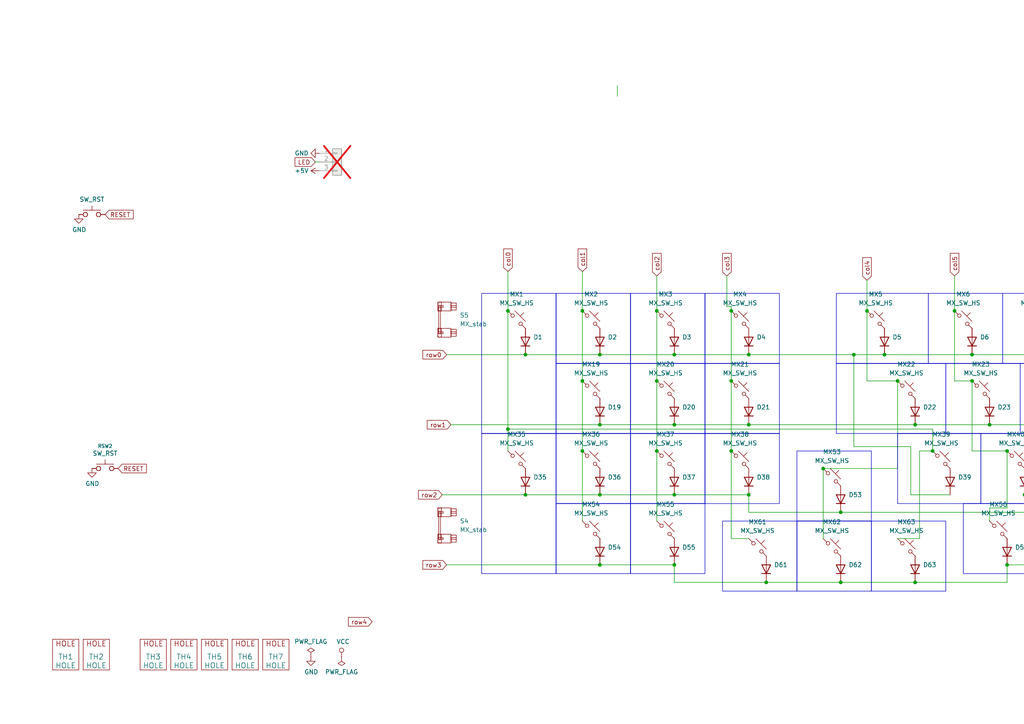
<source format=kicad_sch>
(kicad_sch (version 20231120) (generator "eeschema") (generator_version "8.0")
  (paper "A4")
  (junction (at 243.84 168.91))
  (junction (at 363.22 90.17))
  (junction (at 476.25 102.87))
  (junction (at 426.72 143.51))
  (junction (at 541.02 130.81))
  (junction (at 546.1 143.51))
  (junction (at 303.53 110.49))
  (junction (at 265.43 123.19))
  (junction (at 368.3 110.49))
  (junction (at 454.66 110.49))
  (junction (at 346.71 110.49))
  (junction (at 523.24 135.89))
  (junction (at 459.74 123.19))
  (junction (at 173.99 143.51))
  (junction (at 318.77 143.51))
  (junction (at 464.82 130.81))
  (junction (at 416.56 123.19))
  (junction (at 542.29 95.25))
  (junction (at 497.84 102.87))
  (junction (at 411.48 102.87))
  (junction (at 287.02 123.19))
  (junction (at 546.1 135.89))
  (junction (at 152.4 143.51))
  (junction (at 412.75 156.21))
  (junction (at 492.76 90.17))
  (junction (at 411.48 110.49))
  (junction (at 303.53 102.87))
  (junction (at 469.9 143.51))
  (junction (at 260.35 110.49))
  (junction (at 368.3 102.87))
  (junction (at 519.43 110.49))
  (junction (at 494.03 110.49))
  (junction (at 519.43 130.81))
  (junction (at 217.17 143.51))
  (junction (at 168.91 90.17))
  (junction (at 247.65 102.87))
  (junction (at 212.09 130.81))
  (junction (at 406.4 90.17))
  (junction (at 449.58 90.17))
  (junction (at 292.1 130.81))
  (junction (at 373.38 123.19))
  (junction (at 356.87 130.81))
  (junction (at 308.61 123.19))
  (junction (at 238.76 135.89))
  (junction (at 523.24 143.51))
  (junction (at 152.4 102.87))
  (junction (at 359.41 184.15))
  (junction (at 256.54 102.87))
  (junction (at 168.91 110.49))
  (junction (at 190.5 130.81))
  (junction (at 281.94 110.49))
  (junction (at 212.09 90.17))
  (junction (at 147.32 124.46))
  (junction (at 341.63 90.17))
  (junction (at 222.25 168.91))
  (junction (at 537.21 90.17))
  (junction (at 340.36 143.51))
  (junction (at 346.71 102.87))
  (junction (at 438.15 123.19))
  (junction (at 378.46 130.81))
  (junction (at 335.28 130.81))
  (junction (at 212.09 110.49))
  (junction (at 270.51 130.81))
  (junction (at 542.29 102.87))
  (junction (at 433.07 110.49))
  (junction (at 448.31 143.51))
  (junction (at 494.03 163.83))
  (junction (at -64.77 7.62))
  (junction (at 195.58 102.87))
  (junction (at 251.46 90.17))
  (junction (at 195.58 123.19))
  (junction (at 325.12 102.87))
  (junction (at 276.86 90.17))
  (junction (at 173.99 102.87))
  (junction (at 195.58 163.83))
  (junction (at 190.5 90.17))
  (junction (at 190.5 110.49))
  (junction (at 361.95 143.51))
  (junction (at 243.84 148.59))
  (junction (at 471.17 90.17))
  (junction (at 491.49 143.51))
  (junction (at 486.41 130.81))
  (junction (at 173.99 123.19))
  (junction (at 427.99 90.17))
  (junction (at 320.04 90.17))
  (junction (at 265.43 168.91))
  (junction (at 514.35 90.17))
  (junction (at 292.1 163.83))
  (junction (at 313.69 130.81))
  (junction (at 330.2 123.19))
  (junction (at 524.51 123.19))
  (junction (at 337.82 184.15))
  (junction (at 217.17 102.87))
  (junction (at 217.17 123.19))
  (junction (at 298.45 90.17))
  (junction (at 476.25 110.49))
  (junction (at 316.23 163.83))
  (junction (at 173.99 163.83))
  (junction (at 519.43 102.87))
  (junction (at 281.94 102.87))
  (junction (at 433.07 102.87))
  (junction (at 454.66 102.87))
  (junction (at 412.75 163.83))
  (junction (at 407.67 151.13))
  (junction (at 297.18 143.51))
  (junction (at 502.92 123.19))
  (junction (at 147.32 90.17))
  (junction (at 325.12 110.49))
  (junction (at 481.33 123.19))
  (junction (at 383.54 143.51))
  (junction (at 537.21 110.49))
  (junction (at 351.79 123.19))
  (junction (at 195.58 143.51))
  (junction (at 168.91 130.81))
  (wire (pts (xy 238.76 135.89) (xy 238.76 156.21)))
  (wire (pts (xy 543.56 90.17) (xy 537.21 90.17)))
  (wire (pts (xy 173.99 123.19) (xy 195.58 123.19)))
  (wire (pts (xy 476.25 102.87) (xy 497.84 102.87)))
  (wire (pts (xy 454.66 130.81) (xy 454.66 110.49)))
  (wire (pts (xy 464.82 130.81) (xy 454.66 130.81)))
  (wire (pts (xy 303.53 130.81) (xy 313.69 130.81)))
  (wire (pts (xy 546.1 130.81) (xy 541.02 130.81)))
  (wire (pts (xy 217.17 123.19) (xy 265.43 123.19)))
  (wire (pts (xy 494.03 110.49) (xy 494.03 128.27)))
  (wire (pts (xy 266.7 130.81) (xy 266.7 156.21)))
  (wire (pts (xy 265.43 123.19) (xy 287.02 123.19)))
  (wire (pts (xy -26.67 3.81) (xy -21.59 3.81)))
  (wire (pts (xy 492.76 110.49) (xy 494.03 110.49)))
  (wire (pts (xy 494.03 110.49) (xy 497.84 110.49)))
  (wire (pts (xy 411.48 130.81) (xy 421.64 130.81)))
  (wire (pts (xy 270.51 130.81) (xy 266.7 130.81)))
  (wire (pts (xy 316.23 163.83) (xy 316.23 184.15)))
  (wire (pts (xy 346.71 102.87) (xy 368.3 102.87)))
  (wire (pts (xy 523.24 143.51) (xy 546.1 143.51)))
  (wire (pts (xy 537.21 130.81) (xy 541.02 130.81)))
  (wire (pts (xy 427.99 90.17) (xy 427.99 110.49)))
  (wire (pts (xy 497.84 102.87) (xy 519.43 102.87)))
  (wire (pts (xy 311.15 147.32) (xy 311.15 151.13)))
  (wire (pts (xy 276.86 80.01) (xy 276.86 90.17)))
  (wire (pts (xy 129.54 102.87) (xy 152.4 102.87)))
  (wire (pts (xy 195.58 163.83) (xy 195.58 168.91)))
  (wire (pts (xy 316.23 163.83) (xy 412.75 163.83)))
  (wire (pts (xy 383.54 143.51) (xy 426.72 143.51)))
  (wire (pts (xy 195.58 123.19) (xy 217.17 123.19)))
  (wire (pts (xy 212.09 156.21) (xy 217.17 156.21)))
  (wire (pts (xy 179.07 24.765) (xy 179.07 27.94)))
  (wire (pts (xy 297.18 143.51) (xy 318.77 143.51)))
  (wire (pts (xy 298.45 110.49) (xy 303.53 110.49)))
  (wire (pts (xy 292.1 163.83) (xy 316.23 163.83)))
  (wire (pts (xy 464.82 130.81) (xy 464.82 171.45)))
  (wire (pts (xy 373.38 123.19) (xy 416.56 123.19)))
  (wire (pts (xy 190.5 110.49) (xy 190.5 130.81)))
  (wire (pts (xy 486.41 130.81) (xy 476.25 130.81)))
  (wire (pts (xy 537.21 110.49) (xy 537.21 130.81)))
  (wire (pts (xy 243.84 148.59) (xy 297.18 148.59)))
  (wire (pts (xy 537.21 110.49) (xy 541.02 110.49)))
  (wire (pts (xy 537.21 81.28) (xy 537.21 90.17)))
  (wire (pts (xy 210.82 80.01) (xy 210.82 88.9)))
  (wire (pts (xy 438.15 123.19) (xy 459.74 123.19)))
  (wire (pts (xy 195.58 143.51) (xy 217.17 143.51)))
  (wire (pts (xy -64.77 7.62) (xy -64.77 8.89)))
  (wire (pts (xy 346.71 110.49) (xy 346.71 130.81)))
  (wire (pts (xy 542.29 102.87) (xy 577.85 102.87)))
  (wire (pts (xy 313.69 147.32) (xy 311.15 147.32)))
  (wire (pts (xy 247.65 102.87) (xy 247.65 129.54)))
  (wire (pts (xy 528.32 135.89) (xy 523.24 135.89)))
  (wire (pts (xy 426.72 143.51) (xy 448.31 143.51)))
  (wire (pts (xy 168.91 110.49) (xy 168.91 130.81)))
  (wire (pts (xy 476.25 130.81) (xy 476.25 110.49)))
  (wire (pts (xy 265.43 168.91) (xy 292.1 168.91)))
  (wire (pts (xy 91.44 46.99) (xy 92.71 46.99)))
  (wire (pts (xy 356.87 130.81) (xy 356.87 171.45)))
  (wire (pts (xy 212.09 90.17) (xy 212.09 110.49)))
  (wire (pts (xy 523.24 130.81) (xy 519.43 130.81)))
  (wire (pts (xy 212.09 88.9) (xy 212.09 90.17)))
  (wire (pts (xy 494.03 163.83) (xy 515.62 163.83)))
  (wire (pts (xy 341.63 90.17) (xy 341.63 110.49)))
  (wire (pts (xy 340.36 143.51) (xy 361.95 143.51)))
  (wire (pts (xy 356.87 171.45) (xy 354.33 171.45)))
  (wire (pts (xy 514.35 81.28) (xy 514.35 90.17)))
  (wire (pts (xy 251.46 81.28) (xy 251.46 90.17)))
  (wire (pts (xy -19.05 44.45) (xy -13.97 44.45)))
  (wire (pts (xy 264.16 129.54) (xy 264.16 143.51)))
  (wire (pts (xy 449.58 110.49) (xy 449.58 90.17)))
  (wire (pts (xy 519.43 130.81) (xy 518.16 130.81)))
  (wire (pts (xy 318.77 143.51) (xy 340.36 143.51)))
  (wire (pts (xy 368.3 110.49) (xy 368.3 130.81)))
  (wire (pts (xy 212.09 130.81) (xy 212.09 156.21)))
  (wire (pts (xy 147.32 124.46) (xy 147.32 130.81)))
  (wire (pts (xy 256.54 102.87) (xy 281.94 102.87)))
  (wire (pts (xy 128.27 143.51) (xy 152.4 143.51)))
  (wire (pts (xy 359.41 184.15) (xy 469.9 184.15)))
  (wire (pts (xy 510.54 128.27) (xy 510.54 151.13)))
  (wire (pts (xy 325.12 102.87) (xy 346.71 102.87)))
  (wire (pts (xy 303.53 102.87) (xy 325.12 102.87)))
  (wire (pts (xy 454.66 110.49) (xy 449.58 110.49)))
  (wire (pts (xy 363.22 90.17) (xy 363.22 110.49)))
  (wire (pts (xy 287.02 147.32) (xy 287.02 151.13)))
  (wire (pts (xy 433.07 102.87) (xy 454.66 102.87)))
  (wire (pts (xy 433.07 130.81) (xy 443.23 130.81)))
  (wire (pts (xy 406.4 90.17) (xy 406.4 110.49)))
  (wire (pts (xy 419.1 151.13) (xy 407.67 151.13)))
  (wire (pts (xy 469.9 143.51) (xy 491.49 143.51)))
  (wire (pts (xy 412.75 163.83) (xy 494.03 163.83)))
  (wire (pts (xy 481.33 123.19) (xy 502.92 123.19)))
  (wire (pts (xy 486.41 151.13) (xy 486.41 130.81)))
  (wire (pts (xy 264.16 143.51) (xy 275.59 143.51)))
  (wire (pts (xy 168.91 90.17) (xy 168.91 110.49)))
  (wire (pts (xy 173.99 163.83) (xy 195.58 163.83)))
  (wire (pts (xy 292.1 130.81) (xy 292.1 147.32)))
  (wire (pts (xy 488.95 151.13) (xy 486.41 151.13)))
  (wire (pts (xy 212.09 110.49) (xy 212.09 130.81)))
  (wire (pts (xy -64.77 6.35) (xy -64.77 7.62)))
  (wire (pts (xy 548.64 95.25) (xy 542.29 95.25)))
  (wire (pts (xy 168.91 78.74) (xy 168.91 90.17)))
  (wire (pts (xy 476.25 110.49) (xy 471.17 110.49)))
  (wire (pts (xy 308.61 123.19) (xy 330.2 123.19)))
  (wire (pts (xy 320.04 90.17) (xy 320.04 110.49)))
  (wire (pts (xy 546.1 143.51) (xy 605.79 143.51)))
  (wire (pts (xy 251.46 110.49) (xy 260.35 110.49)))
  (wire (pts (xy 292.1 168.91) (xy 292.1 163.83)))
  (wire (pts (xy 152.4 143.51) (xy 173.99 143.51)))
  (wire (pts (xy 427.99 82.55) (xy 427.99 90.17)))
  (wire (pts (xy 243.84 168.91) (xy 265.43 168.91)))
  (wire (pts (xy 363.22 81.28) (xy 363.22 90.17)))
  (wire (pts (xy 313.69 130.81) (xy 313.69 147.32)))
  (wire (pts (xy 346.71 130.81) (xy 356.87 130.81)))
  (wire (pts (xy 491.49 143.51) (xy 523.24 143.51)))
  (wire (pts (xy 281.94 102.87) (xy 303.53 102.87)))
  (wire (pts (xy 368.3 102.87) (xy 411.48 102.87)))
  (wire (pts (xy 492.76 90.17) (xy 492.76 110.49)))
  (wire (pts (xy 173.99 102.87) (xy 195.58 102.87)))
  (wire (pts (xy 190.5 130.81) (xy 190.5 151.13)))
  (wire (pts (xy 173.99 143.51) (xy 195.58 143.51)))
  (wire (pts (xy 471.17 110.49) (xy 471.17 90.17)))
  (wire (pts (xy 129.54 163.83) (xy 173.99 163.83)))
  (wire (pts (xy 195.58 168.91) (xy 222.25 168.91)))
  (wire (pts (xy 411.48 102.87) (xy 433.07 102.87)))
  (wire (pts (xy 195.58 102.87) (xy 217.17 102.87)))
  (wire (pts (xy 147.32 124.46) (xy 270.51 124.46)))
  (wire (pts (xy 337.82 184.15) (xy 359.41 184.15)))
  (wire (pts (xy 251.46 90.17) (xy 251.46 110.49)))
  (wire (pts (xy 281.94 130.81) (xy 292.1 130.81)))
  (wire (pts (xy 147.32 78.74) (xy 147.32 90.17)))
  (wire (pts (xy 332.74 167.64) (xy 332.74 171.45)))
  (wire (pts (xy 454.66 102.87) (xy 476.25 102.87)))
  (wire (pts (xy 292.1 147.32) (xy 287.02 147.32)))
  (wire (pts (xy 298.45 90.17) (xy 298.45 110.49)))
  (wire (pts (xy 424.18 156.21) (xy 412.75 156.21)))
  (wire (pts (xy 247.65 102.87) (xy 256.54 102.87)))
  (wire (pts (xy 378.46 151.13) (xy 407.67 151.13)))
  (wire (pts (xy 298.45 80.01) (xy 298.45 90.17)))
  (wire (pts (xy 492.76 81.28) (xy 492.76 90.17)))
  (wire (pts (xy 287.02 123.19) (xy 308.61 123.19)))
  (wire (pts (xy 537.21 90.17) (xy 537.21 110.49)))
  (wire (pts (xy 335.28 130.81) (xy 335.28 167.64)))
  (wire (pts (xy 341.63 110.49) (xy 346.71 110.49)))
  (wire (pts (xy 502.92 123.19) (xy 524.51 123.19)))
  (wire (pts (xy 190.5 80.01) (xy 190.5 90.17)))
  (wire (pts (xy 363.22 110.49) (xy 368.3 110.49)))
  (wire (pts (xy 217.17 102.87) (xy 247.65 102.87)))
  (wire (pts (xy 316.23 184.15) (xy 337.82 184.15)))
  (wire (pts (xy 416.56 123.19) (xy 438.15 123.19)))
  (wire (pts (xy 378.46 130.81) (xy 378.46 151.13)))
  (wire (pts (xy 519.43 110.49) (xy 519.43 130.81)))
  (wire (pts (xy 406.4 110.49) (xy 411.48 110.49)))
  (wire (pts (xy 281.94 110.49) (xy 281.94 130.81)))
  (wire (pts (xy 406.4 82.55) (xy 406.4 90.17)))
  (wire (pts (xy 303.53 110.49) (xy 303.53 130.81)))
  (wire (pts (xy 335.28 167.64) (xy 332.74 167.64)))
  (wire (pts (xy 210.82 88.9) (xy 212.09 88.9)))
  (wire (pts (xy 152.4 102.87) (xy 173.99 102.87)))
  (wire (pts (xy 276.86 90.17) (xy 276.86 110.49)))
  (wire (pts (xy 341.63 81.28) (xy 341.63 90.17)))
  (wire (pts (xy 471.17 80.01) (xy 471.17 90.17)))
  (wire (pts (xy 330.2 123.19) (xy 351.79 123.19)))
  (wire (pts (xy 524.51 123.19) (xy 546.1 123.19)))
  (wire (pts (xy 448.31 143.51) (xy 469.9 143.51)))
  (wire (pts (xy 276.86 110.49) (xy 281.94 110.49)))
  (wire (pts (xy 459.74 123.19) (xy 481.33 123.19)))
  (wire (pts (xy 297.18 148.59) (xy 297.18 143.51)))
  (wire (pts (xy 361.95 143.51) (xy 383.54 143.51)))
  (wire (pts (xy 449.58 80.01) (xy 449.58 90.17)))
  (wire (pts (xy 222.25 168.91) (xy 243.84 168.91)))
  (wire (pts (xy 368.3 130.81) (xy 378.46 130.81)))
  (wire (pts (xy 238.76 135.89) (xy 260.35 135.89)))
  (wire (pts (xy 247.65 129.54) (xy 264.16 129.54)))
  (wire (pts (xy 514.35 110.49) (xy 519.43 110.49)))
  (wire (pts (xy 514.35 90.17) (xy 514.35 110.49)))
  (wire (pts (xy 270.51 130.81) (xy 270.51 124.46)))
  (wire (pts (xy 325.12 110.49) (xy 325.12 130.81)))
  (wire (pts (xy 325.12 130.81) (xy 335.28 130.81)))
  (wire (pts (xy 266.7 156.21) (xy 260.35 156.21)))
  (wire (pts (xy 433.07 110.49) (xy 433.07 130.81)))
  (wire (pts (xy 260.35 110.49) (xy 260.35 135.89)))
  (wire (pts (xy 320.04 81.28) (xy 320.04 90.17)))
  (wire (pts (xy 551.18 135.89) (xy 546.1 135.89)))
  (wire (pts (xy 494.03 128.27) (xy 510.54 128.27)))
  (wire (pts (xy 351.79 123.19) (xy 373.38 123.19)))
  (wire (pts (xy 519.43 102.87) (xy 542.29 102.87)))
  (wire (pts (xy 217.17 143.51) (xy 217.17 148.59)))
  (wire (pts (xy 320.04 110.49) (xy 325.12 110.49)))
  (wire (pts (xy -26.67 8.89) (xy -21.59 8.89)))
  (wire (pts (xy 130.81 123.19) (xy 173.99 123.19)))
  (wire (pts (xy 217.17 148.59) (xy 243.84 148.59)))
  (wire (pts (xy 190.5 90.17) (xy 190.5 110.49)))
  (wire (pts (xy 168.91 130.81) (xy 168.91 151.13)))
  (wire (pts (xy 427.99 110.49) (xy 433.07 110.49)))
  (wire (pts (xy 147.32 90.17) (xy 147.32 124.46)))
  (wire (pts (xy 411.48 110.49) (xy 411.48 130.81)))
  (rectangle (start 182.88 146.05) (end 204.47 166.37))
  (rectangle (start 533.4 125.73) (end 554.99 146.05))
  (rectangle (start 447.04 105.41) (end 468.63 125.73))
  (rectangle (start 260.35 125.73) (end 284.48 146.05))
  (rectangle (start 231.14 130.81) (end 252.73 151.13))
  (rectangle (start 209.55 151.13) (end 231.14 171.45))
  (rectangle (start 325.12 166.37) (end 346.71 186.69))
  (rectangle (start 463.55 85.09) (end 485.14 105.41))
  (rectangle (start 204.47 85.09) (end 226.06 105.41))
  (rectangle (start 161.29 125.73) (end 182.88 146.05))
  (rectangle (start 242.57 105.41) (end 274.32 125.73))
  (rectangle (start 478.79 146.05) (end 502.92 166.37))
  (rectangle (start 478.79 125.73) (end 500.38 146.05))
  (rectangle (start 312.42 85.09) (end 334.01 105.41))
  (rectangle (start 406.4 166.37) (end 457.2 186.69))
  (rectangle (start 370.84 125.73) (end 392.43 146.05))
  (rectangle (start 533.4 105.41) (end 554.99 125.73))
  (rectangle (start 334.01 85.09) (end 355.6 105.41))
  (rectangle (start 339.09 105.41) (end 360.68 125.73))
  (rectangle (start 349.25 125.73) (end 370.84 146.05))
  (rectangle (start 414.02 125.73) (end 435.61 146.05))
  (rectangle (start 182.88 125.73) (end 204.47 146.05))
  (rectangle (start 204.47 125.73) (end 226.06 146.05))
  (rectangle (start 325.12 146.05) (end 478.79 166.37))
  (rectangle (start 502.92 146.05) (end 524.51 166.37))
  (rectangle (start 306.07 125.73) (end 327.66 146.05))
  (rectangle (start 468.63 105.41) (end 490.22 125.73))
  (rectangle (start 231.14 151.13) (end 252.73 171.45))
  (rectangle (start 182.88 105.41) (end 204.47 125.73))
  (rectangle (start 317.5 105.41) (end 339.09 125.73))
  (rectangle (start 360.68 105.41) (end 382.27 125.73))
  (rectangle (start 582.93 125.73) (end 615.95 146.05))
  (rectangle (start 161.29 105.41) (end 182.88 125.73))
  (rectangle (start 561.34 125.73) (end 582.93 146.05))
  (rectangle (start 284.48 125.73) (end 306.07 146.05))
  (rectangle (start 403.86 105.41) (end 425.45 125.73))
  (rectangle (start 346.71 166.37) (end 406.4 186.69))
  (rectangle (start 457.2 166.37) (end 478.79 186.69))
  (rectangle (start 457.2 125.73) (end 478.79 146.05))
  (rectangle (start 500.38 125.73) (end 533.4 146.05))
  (rectangle (start 300.99 146.05) (end 325.12 166.37))
  (rectangle (start 355.6 85.09) (end 377.19 105.41))
  (rectangle (start 420.37 85.09) (end 441.96 105.41))
  (rectangle (start 269.24 85.09) (end 290.83 105.41))
  (rectangle (start 435.61 125.73) (end 457.2 146.05))
  (rectangle (start 279.4 146.05) (end 300.99 166.37))
  (rectangle (start 485.14 85.09) (end 506.73 105.41))
  (rectangle (start 565.15 85.09) (end 586.74 105.41))
  (rectangle (start 441.96 85.09) (end 463.55 105.41))
  (rectangle (start 274.32 105.41) (end 295.91 125.73))
  (rectangle (start 506.73 85.09) (end 528.32 105.41))
  (rectangle (start 511.81 105.41) (end 533.4 125.73))
  (rectangle (start 139.7 125.73) (end 161.29 166.37))
  (rectangle (start 290.83 85.09) (end 312.42 105.41))
  (rectangle (start 528.32 85.09) (end 554.99 105.41))
  (rectangle (start 425.45 105.41) (end 447.04 125.73))
  (rectangle (start 295.91 105.41) (end 317.5 125.73))
  (rectangle (start 139.7 85.09) (end 161.29 125.73))
  (rectangle (start 161.29 85.09) (end 182.88 105.41))
  (rectangle (start 182.88 85.09) (end 204.47 105.41))
  (rectangle (start 204.47 105.41) (end 226.06 125.73))
  (rectangle (start 398.78 85.09) (end 420.37 105.41))
  (rectangle (start 252.73 151.13) (end 274.32 171.45))
  (rectangle (start 490.22 105.41) (end 511.81 125.73))
  (rectangle (start 242.57 85.09) (end 269.24 105.41))
  (rectangle (start 327.66 125.73) (end 349.25 146.05))
  (rectangle (start 161.29 146.05) (end 182.88 166.37))
  (global_label "row3" (shape input) (at -26.67 16.51 0) (property "Intersheetrefs" "${INTERSHEET_REFS}" (effects (hide yes))))
  (global_label "col7" (shape input) (at -50.8 35.56 270) (property "Intersheetrefs" "${INTERSHEET_REFS}" (effects (hide yes))))
  (global_label "col1" (shape input) (at -26.67 26.67 0) (property "Intersheetrefs" "${INTERSHEET_REFS}" (effects (hide yes))))
  (global_label "col4" (shape input) (at 251.46 81.28 90) (property "Intersheetrefs" "${INTERSHEET_REFS}" (effects (hide yes))))
  (global_label "col8" (shape input) (at -64.77 29.21 180) (property "Intersheetrefs" "${INTERSHEET_REFS}" (effects (hide yes))))
  (global_label "col3" (shape input) (at 210.82 80.01 90) (property "Intersheetrefs" "${INTERSHEET_REFS}" (effects (hide yes))))
  (global_label "col6" (shape input) (at 298.45 80.01 90) (property "Intersheetrefs" "${INTERSHEET_REFS}" (effects (hide yes))))
  (global_label "col16" (shape input) (at 537.21 81.28 90) (property "Intersheetrefs" "${INTERSHEET_REFS}" (effects (hide yes))))
  (global_label "row0" (shape input) (at 129.54 102.87 180) (property "Intersheetrefs" "${INTERSHEET_REFS}" (effects (hide yes))))
  (global_label "col10" (shape input) (at 406.4 82.55 90) (property "Intersheetrefs" "${INTERSHEET_REFS}" (effects (hide yes))))
  (global_label "col5" (shape input) (at 276.86 80.01 90) (property "Intersheetrefs" "${INTERSHEET_REFS}" (effects (hide yes))))
  (global_label "RESET" (shape input) (at 34.29 135.89 0) (property "Intersheetrefs" "${INTERSHEET_REFS}" (effects (hide yes))))
  (global_label "col9" (shape input) (at 363.22 81.28 90) (property "Intersheetrefs" "${INTERSHEET_REFS}" (effects (hide yes))))
  (global_label "col13" (shape input) (at 471.17 80.01 90) (property "Intersheetrefs" "${INTERSHEET_REFS}" (effects (hide yes))))
  (global_label "col10" (shape input) (at -64.77 24.13 180) (property "Intersheetrefs" "${INTERSHEET_REFS}" (effects (hide yes))))
  (global_label "col15" (shape input) (at 514.35 81.28 90) (property "Intersheetrefs" "${INTERSHEET_REFS}" (effects (hide yes))))
  (global_label "col5" (shape input) (at -45.72 35.56 270) (property "Intersheetrefs" "${INTERSHEET_REFS}" (effects (hide yes))))
  (global_label "row3" (shape input) (at 129.54 163.83 180) (property "Intersheetrefs" "${INTERSHEET_REFS}" (effects (hide yes))))
  (global_label "row0" (shape input) (at -26.67 11.43 0) (property "Intersheetrefs" "${INTERSHEET_REFS}" (effects (hide yes))))
  (global_label "col13" (shape input) (at -64.77 16.51 180) (property "Intersheetrefs" "${INTERSHEET_REFS}" (effects (hide yes))))
  (global_label "col8" (shape input) (at 341.63 81.28 90) (property "Intersheetrefs" "${INTERSHEET_REFS}" (effects (hide yes))))
  (global_label "col11" (shape input) (at 427.99 82.55 90) (property "Intersheetrefs" "${INTERSHEET_REFS}" (effects (hide yes))))
  (global_label "col12" (shape input) (at -64.77 19.05 180) (property "Intersheetrefs" "${INTERSHEET_REFS}" (effects (hide yes))))
  (global_label "col12" (shape input) (at 449.58 80.01 90) (property "Intersheetrefs" "${INTERSHEET_REFS}" (effects (hide yes))))
  (global_label "col0" (shape input) (at 147.32 78.74 90) (property "Intersheetrefs" "${INTERSHEET_REFS}" (effects (hide yes))))
  (global_label "row2" (shape input) (at -26.67 19.05 0) (property "Intersheetrefs" "${INTERSHEET_REFS}" (effects (hide yes))))
  (global_label "LED" (shape input) (at 91.44 46.99 180) (property "Intersheetrefs" "${INTERSHEET_REFS}" (effects (hide yes))))
  (global_label "col0" (shape input) (at -26.67 24.13 0) (property "Intersheetrefs" "${INTERSHEET_REFS}" (effects (hide yes))))
  (global_label "col14" (shape input) (at 492.76 81.28 90) (property "Intersheetrefs" "${INTERSHEET_REFS}" (effects (hide yes))))
  (global_label "RESET" (shape input) (at -26.67 6.35 0) (property "Intersheetrefs" "${INTERSHEET_REFS}" (effects (hide yes))))
  (global_label "col1" (shape input) (at 168.91 78.74 90) (property "Intersheetrefs" "${INTERSHEET_REFS}" (effects (hide yes))))
  (global_label "row1" (shape input) (at 130.81 123.19 180) (property "Intersheetrefs" "${INTERSHEET_REFS}" (effects (hide yes))))
  (global_label "col7" (shape input) (at 320.04 81.28 90) (property "Intersheetrefs" "${INTERSHEET_REFS}" (effects (hide yes))))
  (global_label "col3" (shape input) (at -40.64 35.56 270) (property "Intersheetrefs" "${INTERSHEET_REFS}" (effects (hide yes))))
  (global_label "col4" (shape input) (at -43.18 35.56 270) (property "Intersheetrefs" "${INTERSHEET_REFS}" (effects (hide yes))))
  (global_label "LED" (shape input) (at -64.77 1.27 180) (property "Intersheetrefs" "${INTERSHEET_REFS}" (effects (hide yes))))
  (global_label "col2" (shape input) (at -26.67 29.21 0) (property "Intersheetrefs" "${INTERSHEET_REFS}" (effects (hide yes))))
  (global_label "col14" (shape input) (at -64.77 13.97 180) (property "Intersheetrefs" "${INTERSHEET_REFS}" (effects (hide yes))))
  (global_label "col2" (shape input) (at 190.5 80.01 90) (property "Intersheetrefs" "${INTERSHEET_REFS}" (effects (hide yes))))
  (global_label "row2" (shape input) (at 128.27 143.51 180) (property "Intersheetrefs" "${INTERSHEET_REFS}" (effects (hide yes))))
  (global_label "col9" (shape input) (at -64.77 26.67 180) (property "Intersheetrefs" "${INTERSHEET_REFS}" (effects (hide yes))))
  (global_label "row1" (shape input) (at -26.67 21.59 0) (property "Intersheetrefs" "${INTERSHEET_REFS}" (effects (hide yes))))
  (global_label "RESET" (shape input) (at 30.48 62.23 0) (property "Intersheetrefs" "${INTERSHEET_REFS}" (effects (hide yes))))
  (global_label "col11" (shape input) (at -64.77 21.59 180) (property "Intersheetrefs" "${INTERSHEET_REFS}" (effects (hide yes))))
  (global_label "col6" (shape input) (at -48.26 35.56 270) (property "Intersheetrefs" "${INTERSHEET_REFS}" (effects (hide yes))))
  (global_label "row4" (shape input) (at 107.95 180.34 180) (property "Intersheetrefs" "${INTERSHEET_REFS}" (effects (hide yes))))
  (global_label "col16" (shape input) (at -64.77 3.81 180) (property "Intersheetrefs" "${INTERSHEET_REFS}" (effects (hide yes))))
  (global_label "col15" (shape input) (at -64.77 11.43 180) (property "Intersheetrefs" "${INTERSHEET_REFS}" (effects (hide yes))))
  (symbol (lib_id "SofleKeyboard-rescue:GND-Lily58-cache-Lily58_Pro-rescue") (at 22.86 62.23 0) (unit 1)
    (property "Reference" "#PWR010" (effects (hide yes)))
    (property "Value" "GND" (at 22.987 66.6242 0))
  )
  (symbol (lib_id "SofleKeyboard-rescue:PWR_FLAG-Lily58-cache-Lily58_Pro-rescue") (at 90.17 190.5 0) (unit 1)
    (property "Reference" "#FLG01" (effects (hide yes)))
    (property "Value" "PWR_FLAG" (at 90.17 186.0804 0))
  )
  (symbol (lib_id "SofleKeyboard-rescue:GND-Lily58-cache-Lily58_Pro-rescue") (at 90.17 190.5 0) (unit 1)
    (property "Reference" "#PWR012" (effects (hide yes)))
    (property "Value" "GND" (at 90.297 194.8942 0))
  )
  (symbol (lib_id "SofleKeyboard-rescue:VCC-Lily58-cache-Lily58_Pro-rescue") (at 99.06 190.5 0) (unit 1)
    (property "Reference" "#PWR013" (effects (hide yes)))
    (property "Value" "VCC" (at 99.4918 186.1058 0))
  )
  (symbol (lib_id "SofleKeyboard-rescue:PWR_FLAG-Lily58-cache-Lily58_Pro-rescue") (at 99.06 190.5 180) (unit 1)
    (property "Reference" "#FLG02" (effects (hide yes)))
    (property "Value" "PWR_FLAG" (at 99.06 194.8942 0))
  )
  (symbol (lib_id "SofleKeyboard-rescue:HOLE-Lily58-cache-Lily58_Pro-rescue") (at 19.05 190.5 0) (unit 1)
    (property "Reference" "TH1" (at 19.05 190.5 0) (effects (font (size 1.524 1.524))))
    (property "Value" "HOLE" (at 19.05 193.04 0) (effects (font (size 1.524 1.524))))
    (property "Footprint" "SofleKeyboard-footprint:M2_HOLE_PCB" (effects (hide yes)))
  )
  (symbol (lib_id "SofleKeyboard-rescue:HOLE-Lily58-cache-Lily58_Pro-rescue") (at 27.94 190.5 0) (unit 1)
    (property "Reference" "TH2" (at 27.94 190.5 0) (effects (font (size 1.524 1.524))))
    (property "Value" "HOLE" (at 27.94 193.04 0) (effects (font (size 1.524 1.524))))
    (property "Footprint" "SofleKeyboard-footprint:M2_HOLE_PCB" (effects (hide yes)))
  )
  (symbol (lib_id "SofleKeyboard-rescue:HOLE-Lily58-cache-Lily58_Pro-rescue") (at 53.34 190.5 0) (unit 1)
    (property "Reference" "TH4" (at 53.34 190.5 0) (effects (font (size 1.524 1.524))))
    (property "Value" "HOLE" (at 53.34 193.04 0) (effects (font (size 1.524 1.524))))
    (property "Footprint" "SofleKeyboard-footprint:HOLE_M2_TH" (effects (hide yes)))
  )
  (symbol (lib_id "SofleKeyboard-rescue:HOLE-Lily58-cache-Lily58_Pro-rescue") (at 62.23 190.5 0) (unit 1)
    (property "Reference" "TH5" (at 62.23 190.5 0) (effects (font (size 1.524 1.524))))
    (property "Value" "HOLE" (at 62.23 193.04 0) (effects (font (size 1.524 1.524))))
    (property "Footprint" "SofleKeyboard-footprint:HOLE_M2_TH" (effects (hide yes)))
  )
  (symbol (lib_id "SofleKeyboard-rescue:HOLE-Lily58-cache-Lily58_Pro-rescue") (at 71.12 190.5 0) (unit 1)
    (property "Reference" "TH6" (at 71.12 190.5 0) (effects (font (size 1.524 1.524))))
    (property "Value" "HOLE" (at 71.12 193.04 0) (effects (font (size 1.524 1.524))))
    (property "Footprint" "SofleKeyboard-footprint:HOLE_M2_TH" (effects (hide yes)))
  )
  (symbol (lib_id "SofleKeyboard-rescue:HOLE-Lily58-cache-Lily58_Pro-rescue") (at 80.01 190.5 0) (unit 1)
    (property "Reference" "TH7" (at 80.01 190.5 0) (effects (font (size 1.524 1.524))))
    (property "Value" "HOLE" (at 80.01 193.04 0) (effects (font (size 1.524 1.524))))
    (property "Footprint" "SofleKeyboard-footprint:HOLE_M2_TH" (effects (hide yes)))
  )
  (symbol (lib_id "SofleKeyboard-rescue:HOLE-Lily58-cache-Lily58_Pro-rescue") (at 44.45 190.5 0) (unit 1)
    (property "Reference" "TH3" (at 44.45 190.5 0) (effects (font (size 1.524 1.524))))
    (property "Value" "HOLE" (at 44.45 193.04 0) (effects (font (size 1.524 1.524))))
    (property "Footprint" "SofleKeyboard-footprint:HOLE_M2_TH" (effects (hide yes)))
  )
  (symbol (lib_id "SofleKeyboard-rescue:SW_RST-Lily58-cache-Lily58_Pro-rescue") (at 26.67 62.23 0) (unit 1)
    (property "Reference" "RSW1" (effects (hide yes)))
    (property "Value" "SW_RST" (at 26.67 57.8358 0))
    (property "Footprint" "SofleKeyboard-footprint:TACT_SWITCH_TVBP06" (effects (hide yes)))
  )
  (symbol (lib_id "PCM_marbastlib-mx:MX_SW_HS_CPG151101S11") (at 193.04 113.03 0) (unit 1)
    (property "Reference" "MX20" (at 193.04 105.664 0))
    (property "Value" "MX_SW_HS" (at 193.04 108.204 0))
    (property "Footprint" "PCM_marbastlib-mx:SW_MX_HS_CPG151101S11_1u" (effects (hide yes)))
    (property "Description" "Push button switch, normally open, two pins, 45° tilted, Kailh CPG151101S11 for Cherry MX style switches" (effects (hide yes)))
  )
  (symbol (lib_id "PCM_marbastlib-mx:MX_SW_HS_CPG151101S11") (at 171.45 113.03 0) (unit 1)
    (property "Reference" "MX19" (at 171.45 105.664 0))
    (property "Value" "MX_SW_HS" (at 171.45 108.204 0))
    (property "Footprint" "PCM_marbastlib-mx:SW_MX_HS_CPG151101S11_1u" (effects (hide yes)))
    (property "Description" "Push button switch, normally open, two pins, 45° tilted, Kailh CPG151101S11 for Cherry MX style switches" (effects (hide yes)))
  )
  (symbol (lib_id "Diode:1N4148W") (at 308.61 119.38 90) (unit 1)
    (property "Reference" "D24" (at 310.896 118.1099 90) (effects (justify right)))
    (property "Value" "1N4148W" (effects (hide yes)))
    (property "Footprint" "ScottoKeebs_Components:Diode_SOD-123" (effects (hide yes)))
    (property "Datasheet" "https://www.vishay.com/docs/85748/1n4148w.pdf" (effects (hide yes)))
    (property "Description" "75V 0.15A Fast Switching Diode, SOD-123" (effects (hide yes)))
    (property "Sim.Device" "D" (effects (hide yes)))
    (property "Sim.Pins" "1=K 2=A" (effects (hide yes)))
  )
  (symbol (lib_id "PCM_marbastlib-mx:MX_SW_HS_CPG151101S11") (at 171.45 153.67 0) (unit 1)
    (property "Reference" "MX54" (at 171.45 146.304 0))
    (property "Value" "MX_SW_HS" (at 171.45 148.844 0))
    (property "Footprint" "PCM_marbastlib-mx:SW_MX_HS_CPG151101S11_1u" (effects (hide yes)))
    (property "Description" "Push button switch, normally open, two pins, 45° tilted, Kailh CPG151101S11 for Cherry MX style switches" (effects (hide yes)))
  )
  (symbol (lib_id "PCM_marbastlib-mx:MX_SW_HS_CPG151101S11") (at 381 133.35 0) (unit 1)
    (property "Reference" "MX44" (at 381 125.984 0))
    (property "Value" "MX_SW_HS" (at 381 128.524 0))
    (property "Footprint" "PCM_marbastlib-mx:SW_MX_HS_CPG151101S11_1u" (effects (hide yes)))
    (property "Description" "Push button switch, normally open, two pins, 45° tilted, Kailh CPG151101S11 for Cherry MX style switches" (effects (hide yes)))
  )
  (symbol (lib_id "PCM_marbastlib-mx:MX_stab") (at 129.54 92.71 270) (unit 1)
    (property "Reference" "S5" (at 133.35 91.4399 90) (effects (justify left)))
    (property "Value" "MX_stab" (at 133.35 93.9799 90) (effects (justify left)))
    (property "Footprint" "PCM_marbastlib-mx:STAB_MX_P_2u" (effects (hide yes)))
    (property "Description" "Cherry MX-style stabilizer" (effects (hide yes)))
  )
  (symbol (lib_id "Diode:1N4148W") (at 265.43 165.1 90) (unit 1)
    (property "Reference" "D63" (at 267.716 163.8299 90) (effects (justify right)))
    (property "Value" "1N4148W" (effects (hide yes)))
    (property "Footprint" "ScottoKeebs_Components:Diode_SOD-123" (effects (hide yes)))
    (property "Datasheet" "https://www.vishay.com/docs/85748/1n4148w.pdf" (effects (hide yes)))
    (property "Description" "75V 0.15A Fast Switching Diode, SOD-123" (effects (hide yes)))
    (property "Sim.Device" "D" (effects (hide yes)))
    (property "Sim.Pins" "1=K 2=A" (effects (hide yes)))
  )
  (symbol (lib_id "Diode:1N4148W") (at 383.54 139.7 90) (unit 1)
    (property "Reference" "D44" (at 385.826 138.4299 90) (effects (justify right)))
    (property "Value" "1N4148W" (effects (hide yes)))
    (property "Footprint" "ScottoKeebs_Components:Diode_SOD-123" (effects (hide yes)))
    (property "Datasheet" "https://www.vishay.com/docs/85748/1n4148w.pdf" (effects (hide yes)))
    (property "Description" "75V 0.15A Fast Switching Diode, SOD-123" (effects (hide yes)))
    (property "Sim.Device" "D" (effects (hide yes)))
    (property "Sim.Pins" "1=K 2=A" (effects (hide yes)))
  )
  (symbol (lib_id "PCM_marbastlib-mx:MX_SW_HS_CPG151101S11") (at 365.76 92.71 0) (unit 1)
    (property "Reference" "MX10" (at 365.76 85.344 0))
    (property "Value" "MX_SW_HS" (at 365.76 87.884 0))
    (property "Footprint" "PCM_marbastlib-mx:SW_MX_HS_CPG151101S11_1u" (effects (hide yes)))
    (property "Description" "Push button switch, normally open, two pins, 45° tilted, Kailh CPG151101S11 for Cherry MX style switches" (effects (hide yes)))
  )
  (symbol (lib_id "PCM_marbastlib-mx:MX_SW_HS_CPG151101S11") (at 214.63 113.03 0) (unit 1)
    (property "Reference" "MX21" (at 214.63 105.664 0))
    (property "Value" "MX_SW_HS" (at 214.63 108.204 0))
    (property "Footprint" "PCM_marbastlib-mx:SW_MX_HS_CPG151101S11_1u" (effects (hide yes)))
    (property "Description" "Push button switch, normally open, two pins, 45° tilted, Kailh CPG151101S11 for Cherry MX style switches" (effects (hide yes)))
  )
  (symbol (lib_id "PCM_marbastlib-mx:MX_SW_HS_CPG151101S11") (at 539.75 92.71 0) (unit 1)
    (property "Reference" "MX17" (at 539.75 85.344 0))
    (property "Value" "MX_SW_HS" (at 539.75 87.884 0))
    (property "Footprint" "PCM_marbastlib-mx:SW_MX_HS_CPG151101S11_1.5u_Rot_90deg" (effects (hide yes)))
    (property "Description" "Push button switch, normally open, two pins, 45° tilted, Kailh CPG151101S11 for Cherry MX style switches" (effects (hide yes)))
  )
  (symbol (lib_id "Diode:1N4148W") (at 454.66 99.06 90) (unit 1)
    (property "Reference" "D13" (at 456.946 97.7899 90) (effects (justify right)))
    (property "Value" "1N4148W" (effects (hide yes)))
    (property "Footprint" "ScottoKeebs_Components:Diode_SOD-123" (effects (hide yes)))
    (property "Datasheet" "https://www.vishay.com/docs/85748/1n4148w.pdf" (effects (hide yes)))
    (property "Description" "75V 0.15A Fast Switching Diode, SOD-123" (effects (hide yes)))
    (property "Sim.Device" "D" (effects (hide yes)))
    (property "Sim.Pins" "1=K 2=A" (effects (hide yes)))
  )
  (symbol (lib_id "Diode:1N4148W") (at 222.25 165.1 90) (unit 1)
    (property "Reference" "D61" (at 224.536 163.8299 90) (effects (justify right)))
    (property "Value" "1N4148W" (effects (hide yes)))
    (property "Footprint" "ScottoKeebs_Components:Diode_SOD-123" (effects (hide yes)))
    (property "Datasheet" "https://www.vishay.com/docs/85748/1n4148w.pdf" (effects (hide yes)))
    (property "Description" "75V 0.15A Fast Switching Diode, SOD-123" (effects (hide yes)))
    (property "Sim.Device" "D" (effects (hide yes)))
    (property "Sim.Pins" "1=K 2=A" (effects (hide yes)))
  )
  (symbol (lib_id "Diode:1N4148W") (at 217.17 99.06 90) (unit 1)
    (property "Reference" "D4" (at 219.456 97.7899 90) (effects (justify right)))
    (property "Value" "1N4148W" (effects (hide yes)))
    (property "Footprint" "ScottoKeebs_Components:Diode_SOD-123" (effects (hide yes)))
    (property "Datasheet" "https://www.vishay.com/docs/85748/1n4148w.pdf" (effects (hide yes)))
    (property "Description" "75V 0.15A Fast Switching Diode, SOD-123" (effects (hide yes)))
    (property "Sim.Device" "D" (effects (hide yes)))
    (property "Sim.Pins" "1=K 2=A" (effects (hide yes)))
  )
  (symbol (lib_id "PCM_marbastlib-mx:MX_SW_HS_CPG151101S11") (at 335.28 173.99 0) (unit 1)
    (property "Reference" "MX64" (at 335.28 166.624 0))
    (property "Value" "MX_SW_HS" (at 335.28 169.164 0))
    (property "Footprint" "PCM_marbastlib-mx:SW_MX_HS_CPG151101S11_1u" (effects (hide yes)))
    (property "Description" "Push button switch, normally open, two pins, 45° tilted, Kailh CPG151101S11 for Cherry MX style switches" (effects (hide yes)))
  )
  (symbol (lib_id "PCM_marbastlib-mx:MX_SW_HS_CPG151101S11") (at 445.77 133.35 0) (unit 1)
    (property "Reference" "MX46" (at 445.77 125.984 0))
    (property "Value" "MX_SW_HS" (at 445.77 128.524 0))
    (property "Footprint" "PCM_marbastlib-mx:SW_MX_HS_CPG151101S11_1u" (effects (hide yes)))
    (property "Description" "Push button switch, normally open, two pins, 45° tilted, Kailh CPG151101S11 for Cherry MX style switches" (effects (hide yes)))
  )
  (symbol (lib_id "Connector_Generic:Conn_01x03") (at 97.79 46.99 0) (unit 1) (in_bom no) (dnp yes)
    (property "Reference" "J2" (effects (hide yes)))
    (property "Value" "ARGB" (effects (hide yes)))
    (property "Footprint" "Connector_PinHeader_1.27mm:PinHeader_1x03_P1.27mm_Vertical" (effects (hide yes)))
  )
  (symbol (lib_id "PCM_marbastlib-mx:MX_SW_HS_CPG151101S11") (at 356.87 173.99 0) (unit 1)
    (property "Reference" "MX65" (at 356.87 166.624 0))
    (property "Value" "MX_SW_HS" (at 356.87 169.164 0))
    (property "Footprint" "PCM_marbastlib-mx:SW_MX_HS_CPG151101S11_1u" (effects (hide yes)))
    (property "Description" "Push button switch, normally open, two pins, 45° tilted, Kailh CPG151101S11 for Cherry MX style switches" (effects (hide yes)))
  )
  (symbol (lib_id "PCM_marbastlib-mx:MX_SW_HS_CPG151101S11") (at 322.58 92.71 0) (unit 1)
    (property "Reference" "MX8" (at 322.58 85.344 0))
    (property "Value" "MX_SW_HS" (at 322.58 87.884 0))
    (property "Footprint" "PCM_marbastlib-mx:SW_MX_HS_CPG151101S11_1u" (effects (hide yes)))
    (property "Description" "Push button switch, normally open, two pins, 45° tilted, Kailh CPG151101S11 for Cherry MX style switches" (effects (hide yes)))
  )
  (symbol (lib_id "PCM_marbastlib-mx:MX_SW_HS_CPG151101S11") (at 500.38 113.03 0) (unit 1)
    (property "Reference" "MX32" (at 500.38 105.664 0))
    (property "Value" "MX_SW_HS" (at 500.38 108.204 0))
    (property "Footprint" "PCM_marbastlib-mx:SW_MX_HS_CPG151101S11_1u" (effects (hide yes)))
    (property "Description" "Push button switch, normally open, two pins, 45° tilted, Kailh CPG151101S11 for Cherry MX style switches" (effects (hide yes)))
  )
  (symbol (lib_id "PCM_marbastlib-mx:MX_SW_HS_CPG151101S11") (at 316.23 133.35 0) (unit 1)
    (property "Reference" "MX41" (at 316.23 125.984 0))
    (property "Value" "MX_SW_HS" (at 316.23 128.524 0))
    (property "Footprint" "PCM_marbastlib-mx:SW_MX_HS_CPG151101S11_1u" (effects (hide yes)))
    (property "Description" "Push button switch, normally open, two pins, 45° tilted, Kailh CPG151101S11 for Cherry MX style switches" (effects (hide yes)))
  )
  (symbol (lib_id "Diode:1N4148W") (at 303.53 99.06 90) (unit 1)
    (property "Reference" "D7" (at 305.816 97.7899 90) (effects (justify right)))
    (property "Value" "1N4148W" (effects (hide yes)))
    (property "Footprint" "ScottoKeebs_Components:Diode_SOD-123" (effects (hide yes)))
    (property "Datasheet" "https://www.vishay.com/docs/85748/1n4148w.pdf" (effects (hide yes)))
    (property "Description" "75V 0.15A Fast Switching Diode, SOD-123" (effects (hide yes)))
    (property "Sim.Device" "D" (effects (hide yes)))
    (property "Sim.Pins" "1=K 2=A" (effects (hide yes)))
  )
  (symbol (lib_id "PCM_marbastlib-mx:MX_SW_HS_CPG151101S11") (at 520.7 133.35 0) (unit 1)
    (property "Reference" "MX49" (at 520.7 125.984 0))
    (property "Value" "MX_SW_HS" (at 520.7 128.524 0))
    (property "Footprint" "PCM_marbastlib-mx:SW_MX_HS_CPG151101S11_1.75u" (effects (hide yes)))
    (property "Description" "Push button switch, normally open, two pins, 45° tilted, Kailh CPG151101S11 for Cherry MX style switches" (effects (hide yes)))
  )
  (symbol (lib_id "PCM_marbastlib-mx:MX_SW_HS_CPG151101S11") (at 521.97 113.03 0) (unit 1)
    (property "Reference" "MX33" (at 521.97 105.664 0))
    (property "Value" "MX_SW_HS" (at 521.97 108.204 0))
    (property "Footprint" "PCM_marbastlib-mx:SW_MX_HS_CPG151101S11_1u" (effects (hide yes)))
    (property "Description" "Push button switch, normally open, two pins, 45° tilted, Kailh CPG151101S11 for Cherry MX style switches" (effects (hide yes)))
  )
  (symbol (lib_id "PCM_marbastlib-mx:MX_SW_HS_CPG151101S11") (at 435.61 113.03 0) (unit 1)
    (property "Reference" "MX29" (at 435.61 105.664 0))
    (property "Value" "MX_SW_HS" (at 435.61 108.204 0))
    (property "Footprint" "PCM_marbastlib-mx:SW_MX_HS_CPG151101S11_1u" (effects (hide yes)))
    (property "Description" "Push button switch, normally open, two pins, 45° tilted, Kailh CPG151101S11 for Cherry MX style switches" (effects (hide yes)))
  )
  (symbol (lib_id "Diode:1N4148W") (at 502.92 119.38 90) (unit 1)
    (property "Reference" "D32" (at 505.206 118.1099 90) (effects (justify right)))
    (property "Value" "1N4148W" (effects (hide yes)))
    (property "Footprint" "ScottoKeebs_Components:Diode_SOD-123" (effects (hide yes)))
    (property "Datasheet" "https://www.vishay.com/docs/85748/1n4148w.pdf" (effects (hide yes)))
    (property "Description" "75V 0.15A Fast Switching Diode, SOD-123" (effects (hide yes)))
    (property "Sim.Device" "D" (effects (hide yes)))
    (property "Sim.Pins" "1=K 2=A" (effects (hide yes)))
  )
  (symbol (lib_id "ScottoKeebs:MCU_RP2040_Pro_Micro") (at -45.72 13.97 0) (unit 1)
    (property "Reference" "U3" (at -45.72 -6.35 0) (effects (font (size 1.524 1.524))))
    (property "Value" "RP2040_Pro_Micro" (at -45.72 -3.81 0) (effects (font (size 1.524 1.524))))
    (property "Footprint" "ScottoKeebs_MCU:RP2040_Pro_Micro" (effects (hide yes)))
  )
  (symbol (lib_id "Diode:1N4148W") (at 173.99 160.02 90) (unit 1)
    (property "Reference" "D54" (at 176.276 158.7499 90) (effects (justify right)))
    (property "Value" "1N4148W" (effects (hide yes)))
    (property "Footprint" "ScottoKeebs_Components:Diode_SOD-123" (effects (hide yes)))
    (property "Datasheet" "https://www.vishay.com/docs/85748/1n4148w.pdf" (effects (hide yes)))
    (property "Description" "75V 0.15A Fast Switching Diode, SOD-123" (effects (hide yes)))
    (property "Sim.Device" "D" (effects (hide yes)))
    (property "Sim.Pins" "1=K 2=A" (effects (hide yes)))
  )
  (symbol (lib_id "PCM_marbastlib-mx:MX_SW_HS_CPG151101S11") (at 254 92.71 0) (unit 1)
    (property "Reference" "MX5" (at 254 85.344 0))
    (property "Value" "MX_SW_HS" (at 254 87.884 0))
    (property "Footprint" "PCM_marbastlib-mx:SW_MX_HS_CPG151101S11_1.5u_Rot_90deg" (effects (hide yes)))
    (property "Description" "Push button switch, normally open, two pins, 45° tilted, Kailh CPG151101S11 for Cherry MX style switches" (effects (hide yes)))
  )
  (symbol (lib_id "Diode:1N4148W") (at 217.17 119.38 90) (unit 1)
    (property "Reference" "D21" (at 219.456 118.1099 90) (effects (justify right)))
    (property "Value" "1N4148W" (effects (hide yes)))
    (property "Footprint" "ScottoKeebs_Components:Diode_SOD-123" (effects (hide yes)))
    (property "Datasheet" "https://www.vishay.com/docs/85748/1n4148w.pdf" (effects (hide yes)))
    (property "Description" "75V 0.15A Fast Switching Diode, SOD-123" (effects (hide yes)))
    (property "Sim.Device" "D" (effects (hide yes)))
    (property "Sim.Pins" "1=K 2=A" (effects (hide yes)))
  )
  (symbol (lib_id "PCM_marbastlib-mx:MX_SW_HS_CPG151101S11") (at 149.86 133.35 0) (unit 1)
    (property "Reference" "MX35" (at 149.86 125.984 0))
    (property "Value" "MX_SW_HS" (at 149.86 128.524 0))
    (property "Footprint" "PCM_marbastlib-mx:SW_MX_HS_CPG151101S11_1u" (effects (hide yes)))
    (property "Description" "Push button switch, normally open, two pins, 45° tilted, Kailh CPG151101S11 for Cherry MX style switches" (effects (hide yes)))
  )
  (symbol (lib_id "Diode:1N4148W") (at 373.38 119.38 90) (unit 1)
    (property "Reference" "D27" (at 375.666 118.1099 90) (effects (justify right)))
    (property "Value" "1N4148W" (effects (hide yes)))
    (property "Footprint" "ScottoKeebs_Components:Diode_SOD-123" (effects (hide yes)))
    (property "Datasheet" "https://www.vishay.com/docs/85748/1n4148w.pdf" (effects (hide yes)))
    (property "Description" "75V 0.15A Fast Switching Diode, SOD-123" (effects (hide yes)))
    (property "Sim.Device" "D" (effects (hide yes)))
    (property "Sim.Pins" "1=K 2=A" (effects (hide yes)))
  )
  (symbol (lib_id "PCM_marbastlib-mx:MX_SW_HS_CPG151101S11") (at 408.94 92.71 0) (unit 1)
    (property "Reference" "MX11" (at 408.94 85.344 0))
    (property "Value" "MX_SW_HS" (at 408.94 87.884 0))
    (property "Footprint" "PCM_marbastlib-mx:SW_MX_HS_CPG151101S11_1u" (effects (hide yes)))
    (property "Description" "Push button switch, normally open, two pins, 45° tilted, Kailh CPG151101S11 for Cherry MX style switches" (effects (hide yes)))
  )
  (symbol (lib_id "PCM_marbastlib-mx:MX_stab") (at 429.26 195.58 0) (unit 1)
    (property "Reference" "S2" (at 435.61 194.1829 0) (effects (justify left)))
    (property "Value" "MX_stab" (at 435.61 196.7229 0) (effects (justify left)))
    (property "Footprint" "PCM_marbastlib-mx:STAB_MX_P_2.75u" (effects (hide yes)))
    (property "Description" "Cherry MX-style stabilizer" (effects (hide yes)))
  )
  (symbol (lib_id "PCM_marbastlib-mx:MX_SW_HS_CPG151101S11") (at 149.86 92.71 0) (unit 1)
    (property "Reference" "MX1" (at 149.86 85.344 0))
    (property "Value" "MX_SW_HS" (at 149.86 87.884 0))
    (property "Footprint" "PCM_marbastlib-mx:SW_MX_HS_CPG151101S11_1u" (effects (hide yes)))
    (property "Description" "Push button switch, normally open, two pins, 45° tilted, Kailh CPG151101S11 for Cherry MX style switches" (effects (hide yes)))
  )
  (symbol (lib_id "Diode:1N4148W") (at 340.36 139.7 90) (unit 1)
    (property "Reference" "D42" (at 342.646 138.4299 90) (effects (justify right)))
    (property "Value" "1N4148W" (effects (hide yes)))
    (property "Footprint" "ScottoKeebs_Components:Diode_SOD-123" (effects (hide yes)))
    (property "Datasheet" "https://www.vishay.com/docs/85748/1n4148w.pdf" (effects (hide yes)))
    (property "Description" "75V 0.15A Fast Switching Diode, SOD-123" (effects (hide yes)))
    (property "Sim.Device" "D" (effects (hide yes)))
    (property "Sim.Pins" "1=K 2=A" (effects (hide yes)))
  )
  (symbol (lib_id "SofleKeyboard-rescue:SW_RST-Lily58-cache-Lily58_Pro-rescue") (at 30.48 135.89 0) (unit 1)
    (property "Reference" "RSW2" (at 30.48 129.3876 0) (effects (font (size 1.016 1.016))))
    (property "Value" "SW_RST" (at 30.48 131.4958 0))
    (property "Footprint" "SofleKeyboard-footprint:TACT_SWITCH_TVBP06" (effects (hide yes)))
  )
  (symbol (lib_id "SofleKeyboard-rescue:GND-Lily58-cache-Lily58_Pro-rescue") (at 26.67 135.89 0) (unit 1)
    (property "Reference" "#PWR016" (effects (hide yes)))
    (property "Value" "GND" (at 26.797 140.2842 0))
  )
  (symbol (lib_id "PCM_marbastlib-mx:MX_SW_HS_CPG151101S11") (at 273.05 133.35 0) (unit 1)
    (property "Reference" "MX39" (at 273.05 125.984 0))
    (property "Value" "MX_SW_HS" (at 273.05 128.524 0))
    (property "Footprint" "PCM_marbastlib-mx:SW_MX_HS_CPG151101S11_1.25u" (effects (hide yes)))
    (property "Description" "Push button switch, normally open, two pins, 45° tilted, Kailh CPG151101S11 for Cherry MX style switches" (effects (hide yes)))
  )
  (symbol (lib_id "SofleKeyboard-rescue:VCC-Lily58-cache-Lily58_Pro-rescue") (at -21.59 8.89 270) (unit 1)
    (property "Reference" "#PWR014" (effects (hide yes)))
    (property "Value" "VCC" (at -17.78 8.89 0))
  )
  (symbol (lib_id "PCM_marbastlib-mx:MX_SW_HS_CPG151101S11") (at 300.99 92.71 0) (unit 1)
    (property "Reference" "MX7" (at 300.99 85.344 0))
    (property "Value" "MX_SW_HS" (at 300.99 87.884 0))
    (property "Footprint" "PCM_marbastlib-mx:SW_MX_HS_CPG151101S11_1u" (effects (hide yes)))
    (property "Description" "Push button switch, normally open, two pins, 45° tilted, Kailh CPG151101S11 for Cherry MX style switches" (effects (hide yes)))
  )
  (symbol (lib_id "Diode:1N4148W") (at 316.23 160.02 90) (unit 1)
    (property "Reference" "D57" (at 318.516 158.7499 90) (effects (justify right)))
    (property "Value" "1N4148W" (effects (hide yes)))
    (property "Footprint" "ScottoKeebs_Components:Diode_SOD-123" (effects (hide yes)))
    (property "Datasheet" "https://www.vishay.com/docs/85748/1n4148w.pdf" (effects (hide yes)))
    (property "Description" "75V 0.15A Fast Switching Diode, SOD-123" (effects (hide yes)))
    (property "Sim.Device" "D" (effects (hide yes)))
    (property "Sim.Pins" "1=K 2=A" (effects (hide yes)))
  )
  (symbol (lib_id "PCM_marbastlib-mx:MX_SW_HS_CPG151101S11") (at 262.89 113.03 0) (unit 1)
    (property "Reference" "MX22" (at 262.89 105.664 0))
    (property "Value" "MX_SW_HS" (at 262.89 108.204 0))
    (property "Footprint" "PCM_marbastlib-mx:SW_MX_HS_CPG151101S11_1.75u_STP_1.25" (effects (hide yes)))
    (property "Description" "Push button switch, normally open, two pins, 45° tilted, Kailh CPG151101S11 for Cherry MX style switches" (effects (hide yes)))
  )
  (symbol (lib_id "Diode:1N4148W") (at 515.62 160.02 90) (unit 1)
    (property "Reference" "D60" (at 517.906 158.7499 90) (effects (justify right)))
    (property "Value" "1N4148W" (effects (hide yes)))
    (property "Footprint" "ScottoKeebs_Components:Diode_SOD-123" (effects (hide yes)))
    (property "Datasheet" "https://www.vishay.com/docs/85748/1n4148w.pdf" (effects (hide yes)))
    (property "Description" "75V 0.15A Fast Switching Diode, SOD-123" (effects (hide yes)))
    (property "Sim.Device" "D" (effects (hide yes)))
    (property "Sim.Pins" "1=K 2=A" (effects (hide yes)))
  )
  (symbol (lib_id "PCM_marbastlib-mx:MX_SW_HS_CPG151101S11") (at 349.25 113.03 0) (unit 1)
    (property "Reference" "MX26" (at 349.25 105.664 0))
    (property "Value" "MX_SW_HS" (at 349.25 108.204 0))
    (property "Footprint" "PCM_marbastlib-mx:SW_MX_HS_CPG151101S11_1u" (effects (hide yes)))
    (property "Description" "Push button switch, normally open, two pins, 45° tilted, Kailh CPG151101S11 for Cherry MX style switches" (effects (hide yes)))
  )
  (symbol (lib_id "SofleKeyboard-rescue:GND-Lily58-cache-Lily58_Pro-rescue") (at -21.59 3.81 90) (unit 1)
    (property "Reference" "#PWR09" (effects (hide yes)))
    (property "Value" "GND" (at -17.78 3.81 0))
  )
  (symbol (lib_id "Diode:1N4148W") (at 243.84 144.78 90) (unit 1)
    (property "Reference" "D53" (at 246.126 143.5099 90) (effects (justify right)))
    (property "Value" "1N4148W" (effects (hide yes)))
    (property "Footprint" "ScottoKeebs_Components:Diode_SOD-123" (effects (hide yes)))
    (property "Datasheet" "https://www.vishay.com/docs/85748/1n4148w.pdf" (effects (hide yes)))
    (property "Description" "75V 0.15A Fast Switching Diode, SOD-123" (effects (hide yes)))
    (property "Sim.Device" "D" (effects (hide yes)))
    (property "Sim.Pins" "1=K 2=A" (effects (hide yes)))
  )
  (symbol (lib_id "Diode:1N4148W") (at 173.99 119.38 90) (unit 1)
    (property "Reference" "D19" (at 176.276 118.1099 90) (effects (justify right)))
    (property "Value" "1N4148W" (effects (hide yes)))
    (property "Footprint" "ScottoKeebs_Components:Diode_SOD-123" (effects (hide yes)))
    (property "Datasheet" "https://www.vishay.com/docs/85748/1n4148w.pdf" (effects (hide yes)))
    (property "Description" "75V 0.15A Fast Switching Diode, SOD-123" (effects (hide yes)))
    (property "Sim.Device" "D" (effects (hide yes)))
    (property "Sim.Pins" "1=K 2=A" (effects (hide yes)))
  )
  (symbol (lib_id "PCM_marbastlib-mx:MX_SW_HS_CPG151101S11") (at 525.78 133.35 0) (unit 1)
    (property "Reference" "MX51" (at 525.78 125.984 0))
    (property "Value" "MX_SW_HS" (effects (hide yes)))
    (property "Footprint" "PCM_marbastlib-mx:SW_MX_HS_CPG151101S11_1u" (effects (hide yes)))
    (property "Description" "Push button switch, normally open, two pins, 45° tilted, Kailh CPG151101S11 for Cherry MX style switches" (effects (hide yes)))
  )
  (symbol (lib_id "Diode:1N4148W") (at 195.58 160.02 90) (unit 1)
    (property "Reference" "D55" (at 197.866 158.7499 90) (effects (justify right)))
    (property "Value" "1N4148W" (effects (hide yes)))
    (property "Footprint" "ScottoKeebs_Components:Diode_SOD-123" (effects (hide yes)))
    (property "Datasheet" "https://www.vishay.com/docs/85748/1n4148w.pdf" (effects (hide yes)))
    (property "Description" "75V 0.15A Fast Switching Diode, SOD-123" (effects (hide yes)))
    (property "Sim.Device" "D" (effects (hide yes)))
    (property "Sim.Pins" "1=K 2=A" (effects (hide yes)))
  )
  (symbol (lib_id "Diode:1N4148W") (at 152.4 139.7 90) (unit 1)
    (property "Reference" "D35" (at 154.686 138.4299 90) (effects (justify right)))
    (property "Value" "1N4148W" (effects (hide yes)))
    (property "Footprint" "ScottoKeebs_Components:Diode_SOD-123" (effects (hide yes)))
    (property "Datasheet" "https://www.vishay.com/docs/85748/1n4148w.pdf" (effects (hide yes)))
    (property "Description" "75V 0.15A Fast Switching Diode, SOD-123" (effects (hide yes)))
    (property "Sim.Device" "D" (effects (hide yes)))
    (property "Sim.Pins" "1=K 2=A" (effects (hide yes)))
  )
  (symbol (lib_id "power:+5V") (at -26.67 1.27 270) (unit 1)
    (property "Reference" "#PWR03" (effects (hide yes)))
    (property "Value" "+5V" (at -23.495 1.27 90) (effects (justify left)))
  )
  (symbol (lib_id "PCM_marbastlib-mx:MX_SW_HS_CPG151101S11") (at 543.56 113.03 0) (unit 1)
    (property "Reference" "MX34" (at 543.56 105.664 0))
    (property "Value" "MX_SW_HS" (at 543.56 108.204 0))
    (property "Footprint" "PCM_marbastlib-mx:SW_MX_HS_CPG151101S11_1.25u_Rot_90deg" (effects (hide yes)))
    (property "Description" "Push button switch, normally open, two pins, 45° tilted, Kailh CPG151101S11 for Cherry MX style switches" (effects (hide yes)))
  )
  (symbol (lib_id "Diode:1N4148W") (at 195.58 139.7 90) (unit 1)
    (property "Reference" "D37" (at 197.866 138.4299 90) (effects (justify right)))
    (property "Value" "1N4148W" (effects (hide yes)))
    (property "Footprint" "ScottoKeebs_Components:Diode_SOD-123" (effects (hide yes)))
    (property "Datasheet" "https://www.vishay.com/docs/85748/1n4148w.pdf" (effects (hide yes)))
    (property "Description" "75V 0.15A Fast Switching Diode, SOD-123" (effects (hide yes)))
    (property "Sim.Device" "D" (effects (hide yes)))
    (property "Sim.Pins" "1=K 2=A" (effects (hide yes)))
  )
  (symbol (lib_id "PCM_marbastlib-mx:MX_SW_HS_CPG151101S11") (at 467.36 173.99 0) (unit 1)
    (property "Reference" "MX67" (at 467.36 166.624 0))
    (property "Value" "MX_SW_HS" (at 467.36 169.164 0))
    (property "Footprint" "PCM_marbastlib-mx:SW_MX_HS_CPG151101S11_1u" (effects (hide yes)))
    (property "Description" "Push button switch, normally open, two pins, 45° tilted, Kailh CPG151101S11 for Cherry MX style switches" (effects (hide yes)))
  )
  (symbol (lib_id "PCM_marbastlib-mx:MX_SW_HS_CPG151101S11") (at 430.53 92.71 0) (unit 1)
    (property "Reference" "MX12" (at 430.53 85.344 0))
    (property "Value" "MX_SW_HS" (at 430.53 87.884 0))
    (property "Footprint" "PCM_marbastlib-mx:SW_MX_HS_CPG151101S11_1u" (effects (hide yes)))
    (property "Description" "Push button switch, normally open, two pins, 45° tilted, Kailh CPG151101S11 for Cherry MX style switches" (effects (hide yes)))
  )
  (symbol (lib_id "PCM_marbastlib-mx:MX_SW_HS_CPG151101S11") (at 193.04 92.71 0) (unit 1)
    (property "Reference" "MX3" (at 193.04 85.344 0))
    (property "Value" "MX_SW_HS" (at 193.04 87.884 0))
    (property "Footprint" "PCM_marbastlib-mx:SW_MX_HS_CPG151101S11_1u" (effects (hide yes)))
    (property "Description" "Push button switch, normally open, two pins, 45° tilted, Kailh CPG151101S11 for Cherry MX style switches" (effects (hide yes)))
  )
  (symbol (lib_id "PCM_marbastlib-mx:MX_SW_HS_CPG151101S11") (at 306.07 113.03 0) (unit 1)
    (property "Reference" "MX24" (at 306.07 105.664 0))
    (property "Value" "MX_SW_HS" (at 306.07 108.204 0))
    (property "Footprint" "PCM_marbastlib-mx:SW_MX_HS_CPG151101S11_1u" (effects (hide yes)))
    (property "Description" "Push button switch, normally open, two pins, 45° tilted, Kailh CPG151101S11 for Cherry MX style switches" (effects (hide yes)))
  )
  (symbol (lib_id "PCM_marbastlib-mx:MX_SW_HS_CPG151101S11") (at 279.4 92.71 0) (unit 1)
    (property "Reference" "MX6" (at 279.4 85.344 0))
    (property "Value" "MX_SW_HS" (at 279.4 87.884 0))
    (property "Footprint" "PCM_marbastlib-mx:SW_MX_HS_CPG151101S11_1u" (effects (hide yes)))
    (property "Description" "Push button switch, normally open, two pins, 45° tilted, Kailh CPG151101S11 for Cherry MX style switches" (effects (hide yes)))
  )
  (symbol (lib_id "Diode:1N4148W") (at 297.18 139.7 90) (unit 1)
    (property "Reference" "D40" (at 299.466 138.4299 90) (effects (justify right)))
    (property "Value" "1N4148W" (effects (hide yes)))
    (property "Footprint" "ScottoKeebs_Components:Diode_SOD-123" (effects (hide yes)))
    (property "Datasheet" "https://www.vishay.com/docs/85748/1n4148w.pdf" (effects (hide yes)))
    (property "Description" "75V 0.15A Fast Switching Diode, SOD-123" (effects (hide yes)))
    (property "Sim.Device" "D" (effects (hide yes)))
    (property "Sim.Pins" "1=K 2=A" (effects (hide yes)))
  )
  (symbol (lib_id "Diode:1N4148W") (at 287.02 119.38 90) (unit 1)
    (property "Reference" "D23" (at 289.306 118.1099 90) (effects (justify right)))
    (property "Value" "1N4148W" (effects (hide yes)))
    (property "Footprint" "ScottoKeebs_Components:Diode_SOD-123" (effects (hide yes)))
    (property "Datasheet" "https://www.vishay.com/docs/85748/1n4148w.pdf" (effects (hide yes)))
    (property "Description" "75V 0.15A Fast Switching Diode, SOD-123" (effects (hide yes)))
    (property "Sim.Device" "D" (effects (hide yes)))
    (property "Sim.Pins" "1=K 2=A" (effects (hide yes)))
  )
  (symbol (lib_id "Diode:1N4148W") (at 275.59 139.7 90) (unit 1)
    (property "Reference" "D39" (at 277.876 138.4299 90) (effects (justify right)))
    (property "Value" "1N4148W" (effects (hide yes)))
    (property "Footprint" "ScottoKeebs_Components:Diode_SOD-123" (effects (hide yes)))
    (property "Datasheet" "https://www.vishay.com/docs/85748/1n4148w.pdf" (effects (hide yes)))
    (property "Description" "75V 0.15A Fast Switching Diode, SOD-123" (effects (hide yes)))
    (property "Sim.Device" "D" (effects (hide yes)))
    (property "Sim.Pins" "1=K 2=A" (effects (hide yes)))
  )
  (symbol (lib_id "Diode:1N4148W") (at 243.84 165.1 90) (unit 1)
    (property "Reference" "D62" (at 246.126 163.8299 90) (effects (justify right)))
    (property "Value" "1N4148W" (effects (hide yes)))
    (property "Footprint" "ScottoKeebs_Components:Diode_SOD-123" (effects (hide yes)))
    (property "Datasheet" "https://www.vishay.com/docs/85748/1n4148w.pdf" (effects (hide yes)))
    (property "Description" "75V 0.15A Fast Switching Diode, SOD-123" (effects (hide yes)))
    (property "Sim.Device" "D" (effects (hide yes)))
    (property "Sim.Pins" "1=K 2=A" (effects (hide yes)))
  )
  (symbol (lib_id "PCM_marbastlib-mx:MX_SW_HS_CPG151101S11") (at 546.1 92.71 0) (unit 1)
    (property "Reference" "MX18" (at 546.1 85.344 0))
    (property "Value" "MX_SW_HS" (at 546.1 87.884 0))
    (property "Footprint" "PCM_marbastlib-mx:SW_MX_HS_CPG151101S11_1u" (effects (hide yes)))
    (property "Description" "Push button switch, normally open, two pins, 45° tilted, Kailh CPG151101S11 for Cherry MX style switches" (effects (hide yes)))
  )
  (symbol (lib_id "Diode:1N4148W") (at 346.71 99.06 90) (unit 1)
    (property "Reference" "D9" (at 348.996 97.7899 90) (effects (justify right)))
    (property "Value" "1N4148W" (effects (hide yes)))
    (property "Footprint" "ScottoKeebs_Components:Diode_SOD-123" (effects (hide yes)))
    (property "Datasheet" "https://www.vishay.com/docs/85748/1n4148w.pdf" (effects (hide yes)))
    (property "Description" "75V 0.15A Fast Switching Diode, SOD-123" (effects (hide yes)))
    (property "Sim.Device" "D" (effects (hide yes)))
    (property "Sim.Pins" "1=K 2=A" (effects (hide yes)))
  )
  (symbol (lib_id "Diode:1N4148W") (at 337.82 180.34 90) (unit 1)
    (property "Reference" "D64" (at 340.106 179.0699 90) (effects (justify right)))
    (property "Value" "1N4148W" (effects (hide yes)))
    (property "Footprint" "ScottoKeebs_Components:Diode_SOD-123" (effects (hide yes)))
    (property "Datasheet" "https://www.vishay.com/docs/85748/1n4148w.pdf" (effects (hide yes)))
    (property "Description" "75V 0.15A Fast Switching Diode, SOD-123" (effects (hide yes)))
    (property "Sim.Device" "D" (effects (hide yes)))
    (property "Sim.Pins" "1=K 2=A" (effects (hide yes)))
  )
  (symbol (lib_id "Diode:1N4148W") (at 217.17 139.7 90) (unit 1)
    (property "Reference" "D38" (at 219.456 138.4299 90) (effects (justify right)))
    (property "Value" "1N4148W" (effects (hide yes)))
    (property "Footprint" "ScottoKeebs_Components:Diode_SOD-123" (effects (hide yes)))
    (property "Datasheet" "https://www.vishay.com/docs/85748/1n4148w.pdf" (effects (hide yes)))
    (property "Description" "75V 0.15A Fast Switching Diode, SOD-123" (effects (hide yes)))
    (property "Sim.Device" "D" (effects (hide yes)))
    (property "Sim.Pins" "1=K 2=A" (effects (hide yes)))
  )
  (symbol (lib_id "PCM_marbastlib-mx:MX_SW_HS_CPG151101S11") (at 370.84 113.03 0) (unit 1)
    (property "Reference" "MX27" (at 370.84 105.664 0))
    (property "Value" "MX_SW_HS" (at 370.84 108.204 0))
    (property "Footprint" "PCM_marbastlib-mx:SW_MX_HS_CPG151101S11_1u" (effects (hide yes)))
    (property "Description" "Push button switch, normally open, two pins, 45° tilted, Kailh CPG151101S11 for Cherry MX style switches" (effects (hide yes)))
  )
  (symbol (lib_id "Diode:1N4148W") (at 546.1 139.7 90) (unit 1)
    (property "Reference" "D50" (at 548.386 138.4299 90) (effects (justify right)))
    (property "Value" "1N4148W" (effects (hide yes)))
    (property "Footprint" "ScottoKeebs_Components:Diode_SOD-123" (effects (hide yes)))
    (property "Datasheet" "https://www.vishay.com/docs/85748/1n4148w.pdf" (effects (hide yes)))
    (property "Description" "75V 0.15A Fast Switching Diode, SOD-123" (effects (hide yes)))
    (property "Sim.Device" "D" (effects (hide yes)))
    (property "Sim.Pins" "1=K 2=A" (effects (hide yes)))
  )
  (symbol (lib_id "PCM_marbastlib-mx:MX_SW_HS_CPG151101S11") (at 171.45 92.71 0) (unit 1)
    (property "Reference" "MX2" (at 171.45 85.344 0))
    (property "Value" "MX_SW_HS" (at 171.45 87.884 0))
    (property "Footprint" "PCM_marbastlib-mx:SW_MX_HS_CPG151101S11_1u" (effects (hide yes)))
    (property "Description" "Push button switch, normally open, two pins, 45° tilted, Kailh CPG151101S11 for Cherry MX style switches" (effects (hide yes)))
  )
  (symbol (lib_id "PCM_marbastlib-mx:MX_stab") (at 408.94 199.39 0) (unit 1)
    (property "Reference" "S3" (at 415.29 197.9929 0) (effects (justify left)))
    (property "Value" "MX_stab" (at 415.29 200.5329 0) (effects (justify left)))
    (property "Footprint" "PCM_marbastlib-mx:STAB_MX_P_7u" (effects (hide yes)))
    (property "Description" "Cherry MX-style stabilizer" (effects (hide yes)))
  )
  (symbol (lib_id "PCM_marbastlib-mx:MX_SW_HS_CPG151101S11") (at 513.08 153.67 0) (unit 1)
    (property "Reference" "MX60" (at 513.08 146.304 0))
    (property "Value" "MX_SW_HS" (at 513.08 148.844 0))
    (property "Footprint" "PCM_marbastlib-mx:SW_MX_HS_CPG151101S11_1u" (effects (hide yes)))
    (property "Description" "Push button switch, normally open, two pins, 45° tilted, Kailh CPG151101S11 for Cherry MX style switches" (effects (hide yes)))
  )
  (symbol (lib_id "PCM_marbastlib-mx:MX_SW_HS_CPG151101S11") (at 414.02 113.03 0) (unit 1)
    (property "Reference" "MX28" (at 414.02 105.664 0))
    (property "Value" "MX_SW_HS" (at 414.02 108.204 0))
    (property "Footprint" "PCM_marbastlib-mx:SW_MX_HS_CPG151101S11_1u" (effects (hide yes)))
    (property "Description" "Push button switch, normally open, two pins, 45° tilted, Kailh CPG151101S11 for Cherry MX style switches" (effects (hide yes)))
  )
  (symbol (lib_id "PCM_marbastlib-mx:MX_SW_HS_CPG151101S11") (at 262.89 158.75 0) (unit 1)
    (property "Reference" "MX63" (at 262.89 151.384 0))
    (property "Value" "MX_SW_HS" (at 262.89 153.924 0))
    (property "Footprint" "PCM_marbastlib-mx:SW_MX_HS_CPG151101S11_1u" (effects (hide yes)))
    (property "Description" "Push button switch, normally open, two pins, 45° tilted, Kailh CPG151101S11 for Cherry MX style switches" (effects (hide yes)))
  )
  (symbol (lib_id "PCM_marbastlib-mx:MX_SW_HS_CPG151101S11") (at 359.41 133.35 0) (unit 1)
    (property "Reference" "MX43" (at 359.41 125.984 0))
    (property "Value" "MX_SW_HS" (at 359.41 128.524 0))
    (property "Footprint" "PCM_marbastlib-mx:SW_MX_HS_CPG151101S11_1u" (effects (hide yes)))
    (property "Description" "Push button switch, normally open, two pins, 45° tilted, Kailh CPG151101S11 for Cherry MX style switches" (effects (hide yes)))
  )
  (symbol (lib_id "Diode:1N4148W") (at 173.99 139.7 90) (unit 1)
    (property "Reference" "D36" (at 176.276 138.4299 90) (effects (justify right)))
    (property "Value" "1N4148W" (effects (hide yes)))
    (property "Footprint" "ScottoKeebs_Components:Diode_SOD-123" (effects (hide yes)))
    (property "Datasheet" "https://www.vishay.com/docs/85748/1n4148w.pdf" (effects (hide yes)))
    (property "Description" "75V 0.15A Fast Switching Diode, SOD-123" (effects (hide yes)))
    (property "Sim.Device" "D" (effects (hide yes)))
    (property "Sim.Pins" "1=K 2=A" (effects (hide yes)))
  )
  (symbol (lib_id "Diode:1N4148W") (at 256.54 99.06 90) (unit 1)
    (property "Reference" "D5" (at 258.826 97.7899 90) (effects (justify right)))
    (property "Value" "1N4148W" (effects (hide yes)))
    (property "Footprint" "ScottoKeebs_Components:Diode_SOD-123" (effects (hide yes)))
    (property "Datasheet" "https://www.vishay.com/docs/85748/1n4148w.pdf" (effects (hide yes)))
    (property "Description" "75V 0.15A Fast Switching Diode, SOD-123" (effects (hide yes)))
    (property "Sim.Device" "D" (effects (hide yes)))
    (property "Sim.Pins" "1=K 2=A" (effects (hide yes)))
  )
  (symbol (lib_id "PCM_marbastlib-mx:MX_SW_HS_CPG151101S11") (at 313.69 153.67 0) (unit 1)
    (property "Reference" "MX57" (at 313.69 146.304 0))
    (property "Value" "MX_SW_HS" (at 313.69 148.844 0))
    (property "Footprint" "PCM_marbastlib-mx:SW_MX_HS_CPG151101S11_1.25u" (effects (hide yes)))
    (property "Description" "Push button switch, normally open, two pins, 45° tilted, Kailh CPG151101S11 for Cherry MX style switches" (effects (hide yes)))
  )
  (symbol (lib_id "Diode:1N4148W") (at 542.29 99.06 90) (unit 1)
    (property "Reference" "D17" (at 544.576 97.7899 90) (effects (justify right)))
    (property "Value" "1N4148W" (effects (hide yes)))
    (property "Footprint" "ScottoKeebs_Components:Diode_SOD-123" (effects (hide yes)))
    (property "Datasheet" "https://www.vishay.com/docs/85748/1n4148w.pdf" (effects (hide yes)))
    (property "Description" "75V 0.15A Fast Switching Diode, SOD-123" (effects (hide yes)))
    (property "Sim.Device" "D" (effects (hide yes)))
    (property "Sim.Pins" "1=K 2=A" (effects (hide yes)))
  )
  (symbol (lib_id "Diode:1N4148W") (at 433.07 99.06 90) (unit 1)
    (property "Reference" "D12" (at 435.356 97.7899 90) (effects (justify right)))
    (property "Value" "1N4148W" (effects (hide yes)))
    (property "Footprint" "ScottoKeebs_Components:Diode_SOD-123" (effects (hide yes)))
    (property "Datasheet" "https://www.vishay.com/docs/85748/1n4148w.pdf" (effects (hide yes)))
    (property "Description" "75V 0.15A Fast Switching Diode, SOD-123" (effects (hide yes)))
    (property "Sim.Device" "D" (effects (hide yes)))
    (property "Sim.Pins" "1=K 2=A" (effects (hide yes)))
  )
  (symbol (lib_id "Diode:1N4148W") (at 469.9 139.7 90) (unit 1)
    (property "Reference" "D47" (at 472.186 138.4299 90) (effects (justify right)))
    (property "Value" "1N4148W" (effects (hide yes)))
    (property "Footprint" "ScottoKeebs_Components:Diode_SOD-123" (effects (hide yes)))
    (property "Datasheet" "https://www.vishay.com/docs/85748/1n4148w.pdf" (effects (hide yes)))
    (property "Description" "75V 0.15A Fast Switching Diode, SOD-123" (effects (hide yes)))
    (property "Sim.Device" "D" (effects (hide yes)))
    (property "Sim.Pins" "1=K 2=A" (effects (hide yes)))
  )
  (symbol (lib_id "PCM_marbastlib-mx:MX_SW_HS_CPG151101S11") (at 543.56 133.35 0) (unit 1)
    (property "Reference" "MX50" (at 543.56 125.984 0))
    (property "Value" "MX_SW_HS" (at 543.56 128.524 0))
    (property "Footprint" "PCM_marbastlib-mx:SW_MX_HS_CPG151101S11_1u" (effects (hide yes)))
    (property "Description" "Push button switch, normally open, two pins, 45° tilted, Kailh CPG151101S11 for Cherry MX style switches" (effects (hide yes)))
  )
  (symbol (lib_id "PCM_marbastlib-mx:MX_SW_HS_CPG151101S11") (at 327.66 113.03 0) (unit 1)
    (property "Reference" "MX25" (at 327.66 105.664 0))
    (property "Value" "MX_SW_HS" (at 327.66 108.204 0))
    (property "Footprint" "PCM_marbastlib-mx:SW_MX_HS_CPG151101S11_1u" (effects (hide yes)))
    (property "Description" "Push button switch, normally open, two pins, 45° tilted, Kailh CPG151101S11 for Cherry MX style switches" (effects (hide yes)))
  )
  (symbol (lib_id "PCM_marbastlib-mx:MX_SW_HS_CPG151101S11") (at 193.04 133.35 0) (unit 1)
    (property "Reference" "MX37" (at 193.04 125.984 0))
    (property "Value" "MX_SW_HS" (at 193.04 128.524 0))
    (property "Footprint" "PCM_marbastlib-mx:SW_MX_HS_CPG151101S11_1u" (effects (hide yes)))
    (property "Description" "Push button switch, normally open, two pins, 45° tilted, Kailh CPG151101S11 for Cherry MX style switches" (effects (hide yes)))
  )
  (symbol (lib_id "Diode:1N4148W") (at 411.48 99.06 90) (unit 1)
    (property "Reference" "D11" (at 413.766 97.7899 90) (effects (justify right)))
    (property "Value" "1N4148W" (effects (hide yes)))
    (property "Footprint" "ScottoKeebs_Components:Diode_SOD-123" (effects (hide yes)))
    (property "Datasheet" "https://www.vishay.com/docs/85748/1n4148w.pdf" (effects (hide yes)))
    (property "Description" "75V 0.15A Fast Switching Diode, SOD-123" (effects (hide yes)))
    (property "Sim.Device" "D" (effects (hide yes)))
    (property "Sim.Pins" "1=K 2=A" (effects (hide yes)))
  )
  (symbol (lib_id "PCM_marbastlib-mx:MX_SW_HS_CPG151101S11") (at 219.71 158.75 0) (unit 1)
    (property "Reference" "MX61" (at 219.71 151.384 0))
    (property "Value" "MX_SW_HS" (at 219.71 153.924 0))
    (property "Footprint" "PCM_marbastlib-mx:SW_MX_HS_CPG151101S11_1u" (effects (hide yes)))
    (property "Description" "Push button switch, normally open, two pins, 45° tilted, Kailh CPG151101S11 for Cherry MX style switches" (effects (hide yes)))
  )
  (symbol (lib_id "Diode:1N4148W") (at 195.58 119.38 90) (unit 1)
    (property "Reference" "D20" (at 197.866 118.1099 90) (effects (justify right)))
    (property "Value" "1N4148W" (effects (hide yes)))
    (property "Footprint" "ScottoKeebs_Components:Diode_SOD-123" (effects (hide yes)))
    (property "Datasheet" "https://www.vishay.com/docs/85748/1n4148w.pdf" (effects (hide yes)))
    (property "Description" "75V 0.15A Fast Switching Diode, SOD-123" (effects (hide yes)))
    (property "Sim.Device" "D" (effects (hide yes)))
    (property "Sim.Pins" "1=K 2=A" (effects (hide yes)))
  )
  (symbol (lib_id "Diode:1N4148W") (at 330.2 119.38 90) (unit 1)
    (property "Reference" "D25" (at 332.486 118.1099 90) (effects (justify right)))
    (property "Value" "1N4148W" (effects (hide yes)))
    (property "Footprint" "ScottoKeebs_Components:Diode_SOD-123" (effects (hide yes)))
    (property "Datasheet" "https://www.vishay.com/docs/85748/1n4148w.pdf" (effects (hide yes)))
    (property "Description" "75V 0.15A Fast Switching Diode, SOD-123" (effects (hide yes)))
    (property "Sim.Device" "D" (effects (hide yes)))
    (property "Sim.Pins" "1=K 2=A" (effects (hide yes)))
  )
  (symbol (lib_id "Diode:1N4148W") (at 523.24 139.7 90) (unit 1)
    (property "Reference" "D49" (at 525.526 138.4299 90) (effects (justify right)))
    (property "Value" "1N4148W" (effects (hide yes)))
    (property "Footprint" "ScottoKeebs_Components:Diode_SOD-123" (effects (hide yes)))
    (property "Datasheet" "https://www.vishay.com/docs/85748/1n4148w.pdf" (effects (hide yes)))
    (property "Description" "75V 0.15A Fast Switching Diode, SOD-123" (effects (hide yes)))
    (property "Sim.Device" "D" (effects (hide yes)))
    (property "Sim.Pins" "1=K 2=A" (effects (hide yes)))
  )
  (symbol (lib_id "PCM_marbastlib-mx:MX_SW_HS_CPG151101S11") (at 467.36 133.35 0) (unit 1)
    (property "Reference" "MX47" (at 467.36 125.984 0))
    (property "Value" "MX_SW_HS" (at 467.36 128.524 0))
    (property "Footprint" "PCM_marbastlib-mx:SW_MX_HS_CPG151101S11_1u" (effects (hide yes)))
    (property "Description" "Push button switch, normally open, two pins, 45° tilted, Kailh CPG151101S11 for Cherry MX style switches" (effects (hide yes)))
  )
  (symbol (lib_id "PCM_marbastlib-mx:MX_SW_HS_CPG151101S11") (at 452.12 92.71 0) (unit 1)
    (property "Reference" "MX13" (at 452.12 85.344 0))
    (property "Value" "MX_SW_HS" (at 452.12 87.884 0))
    (property "Footprint" "PCM_marbastlib-mx:SW_MX_HS_CPG151101S11_1u" (effects (hide yes)))
    (property "Description" "Push button switch, normally open, two pins, 45° tilted, Kailh CPG151101S11 for Cherry MX style switches" (effects (hide yes)))
  )
  (symbol (lib_id "Diode:1N4148W") (at 412.75 160.02 90) (unit 1)
    (property "Reference" "D58" (at 415.036 158.7499 90) (effects (justify right)))
    (property "Value" "1N4148W" (effects (hide yes)))
    (property "Footprint" "ScottoKeebs_Components:Diode_SOD-123" (effects (hide yes)))
    (property "Datasheet" "https://www.vishay.com/docs/85748/1n4148w.pdf" (effects (hide yes)))
    (property "Description" "75V 0.15A Fast Switching Diode, SOD-123" (effects (hide yes)))
    (property "Sim.Device" "D" (effects (hide yes)))
    (property "Sim.Pins" "1=K 2=A" (effects (hide yes)))
  )
  (symbol (lib_id "PCM_marbastlib-mx:MX_SW_HS_CPG151101S11") (at 421.64 153.67 0) (unit 1)
    (property "Reference" "MX66" (at 421.64 146.304 0))
    (property "Value" "MX_SW_HS" (at 421.64 148.844 0))
    (property "Footprint" "PCM_marbastlib-mx:SW_MX_HS_CPG151101S11_1u" (effects (hide yes)))
    (property "Description" "Push button switch, normally open, two pins, 45° tilted, Kailh CPG151101S11 for Cherry MX style switches" (effects (hide yes)))
  )
  (symbol (lib_id "PCM_marbastlib-mx:MX_SW_HS_CPG151101S11") (at 337.82 133.35 0) (unit 1)
    (property "Reference" "MX42" (at 337.82 125.984 0))
    (property "Value" "MX_SW_HS" (at 337.82 128.524 0))
    (property "Footprint" "PCM_marbastlib-mx:SW_MX_HS_CPG151101S11_1u" (effects (hide yes)))
    (property "Description" "Push button switch, normally open, two pins, 45° tilted, Kailh CPG151101S11 for Cherry MX style switches" (effects (hide yes)))
  )
  (symbol (lib_id "PCM_marbastlib-mx:MX_SW_HS_CPG151101S11") (at 410.21 153.67 0) (unit 1)
    (property "Reference" "MX58" (at 410.21 146.304 0))
    (property "Value" "MX_SW_HS" (at 410.21 148.844 0))
    (property "Footprint" "PCM_marbastlib-mx:SW_MX_HS_CPG151101S11_1u" (effects (hide yes)))
    (property "Description" "Push button switch, normally open, two pins, 45° tilted, Kailh CPG151101S11 for Cherry MX style switches" (effects (hide yes)))
  )
  (symbol (lib_id "Diode:1N4148W") (at 265.43 119.38 90) (unit 1)
    (property "Reference" "D22" (at 267.716 118.1099 90) (effects (justify right)))
    (property "Value" "1N4148W" (effects (hide yes)))
    (property "Footprint" "ScottoKeebs_Components:Diode_SOD-123" (effects (hide yes)))
    (property "Datasheet" "https://www.vishay.com/docs/85748/1n4148w.pdf" (effects (hide yes)))
    (property "Description" "75V 0.15A Fast Switching Diode, SOD-123" (effects (hide yes)))
    (property "Sim.Device" "D" (effects (hide yes)))
    (property "Sim.Pins" "1=K 2=A" (effects (hide yes)))
  )
  (symbol (lib_id "Diode:1N4148W") (at 351.79 119.38 90) (unit 1)
    (property "Reference" "D26" (at 354.076 118.1099 90) (effects (justify right)))
    (property "Value" "1N4148W" (effects (hide yes)))
    (property "Footprint" "ScottoKeebs_Components:Diode_SOD-123" (effects (hide yes)))
    (property "Datasheet" "https://www.vishay.com/docs/85748/1n4148w.pdf" (effects (hide yes)))
    (property "Description" "75V 0.15A Fast Switching Diode, SOD-123" (effects (hide yes)))
    (property "Sim.Device" "D" (effects (hide yes)))
    (property "Sim.Pins" "1=K 2=A" (effects (hide yes)))
  )
  (symbol (lib_id "Diode:1N4148W") (at 497.84 99.06 90) (unit 1)
    (property "Reference" "D15" (at 500.126 97.7899 90) (effects (justify right)))
    (property "Value" "1N4148W" (effects (hide yes)))
    (property "Footprint" "ScottoKeebs_Components:Diode_SOD-123" (effects (hide yes)))
    (property "Datasheet" "https://www.vishay.com/docs/85748/1n4148w.pdf" (effects (hide yes)))
    (property "Description" "75V 0.15A Fast Switching Diode, SOD-123" (effects (hide yes)))
    (property "Sim.Device" "D" (effects (hide yes)))
    (property "Sim.Pins" "1=K 2=A" (effects (hide yes)))
  )
  (symbol (lib_id "Diode:1N4148W") (at 292.1 160.02 90) (unit 1)
    (property "Reference" "D56" (at 294.386 158.7499 90) (effects (justify right)))
    (property "Value" "1N4148W" (effects (hide yes)))
    (property "Footprint" "ScottoKeebs_Components:Diode_SOD-123" (effects (hide yes)))
    (property "Datasheet" "https://www.vishay.com/docs/85748/1n4148w.pdf" (effects (hide yes)))
    (property "Description" "75V 0.15A Fast Switching Diode, SOD-123" (effects (hide yes)))
    (property "Sim.Device" "D" (effects (hide yes)))
    (property "Sim.Pins" "1=K 2=A" (effects (hide yes)))
  )
  (symbol (lib_id "PCM_marbastlib-mx:MX_SW_HS_CPG151101S11") (at 478.79 113.03 0) (unit 1)
    (property "Reference" "MX31" (at 478.79 105.664 0))
    (property "Value" "MX_SW_HS" (at 478.79 108.204 0))
    (property "Footprint" "PCM_marbastlib-mx:SW_MX_HS_CPG151101S11_1u" (effects (hide yes)))
    (property "Description" "Push button switch, normally open, two pins, 45° tilted, Kailh CPG151101S11 for Cherry MX style switches" (effects (hide yes)))
  )
  (symbol (lib_id "PCM_marbastlib-mx:MX_SW_HS_CPG151101S11") (at 294.64 133.35 0) (unit 1)
    (property "Reference" "MX40" (at 294.64 125.984 0))
    (property "Value" "MX_SW_HS" (at 294.64 128.524 0))
    (property "Footprint" "PCM_marbastlib-mx:SW_MX_HS_CPG151101S11_1u" (effects (hide yes)))
    (property "Description" "Push button switch, normally open, two pins, 45° tilted, Kailh CPG151101S11 for Cherry MX style switches" (effects (hide yes)))
  )
  (symbol (lib_id "PCM_marbastlib-mx:MX_SW_HS_CPG151101S11") (at 289.56 153.67 0) (unit 1)
    (property "Reference" "MX56" (at 289.56 146.304 0))
    (property "Value" "MX_SW_HS" (at 289.56 148.844 0))
    (property "Footprint" "PCM_marbastlib-mx:SW_MX_HS_CPG151101S11_1u" (effects (hide yes)))
    (property "Description" "Push button switch, normally open, two pins, 45° tilted, Kailh CPG151101S11 for Cherry MX style switches" (effects (hide yes)))
  )
  (symbol (lib_id "Diode:1N4148W") (at 281.94 99.06 90) (unit 1)
    (property "Reference" "D6" (at 284.226 97.7899 90) (effects (justify right)))
    (property "Value" "1N4148W" (effects (hide yes)))
    (property "Footprint" "ScottoKeebs_Components:Diode_SOD-123" (effects (hide yes)))
    (property "Datasheet" "https://www.vishay.com/docs/85748/1n4148w.pdf" (effects (hide yes)))
    (property "Description" "75V 0.15A Fast Switching Diode, SOD-123" (effects (hide yes)))
    (property "Sim.Device" "D" (effects (hide yes)))
    (property "Sim.Pins" "1=K 2=A" (effects (hide yes)))
  )
  (symbol (lib_id "SofleKeyboard-rescue:GND-Lily58-cache-Lily58_Pro-rescue") (at -64.77 7.62 270) (unit 1)
    (property "Reference" "#PWR015" (effects (hide yes)))
    (property "Value" "GND" (at -68.58 7.62 0))
  )
  (symbol (lib_id "PCM_marbastlib-mx:MX_SW_HS_CPG151101S11") (at 171.45 133.35 0) (unit 1)
    (property "Reference" "MX36" (at 171.45 125.984 0))
    (property "Value" "MX_SW_HS" (at 171.45 128.524 0))
    (property "Footprint" "PCM_marbastlib-mx:SW_MX_HS_CPG151101S11_1u" (effects (hide yes)))
    (property "Description" "Push button switch, normally open, two pins, 45° tilted, Kailh CPG151101S11 for Cherry MX style switches" (effects (hide yes)))
  )
  (symbol (lib_id "PCM_marbastlib-mx:MX_stab") (at 595.63 95.25 90) (unit 1)
    (property "Reference" "S6" (at 599.44 93.9799 90) (effects (justify right)))
    (property "Value" "MX_stab" (at 599.44 96.5199 90) (effects (justify right)))
    (property "Footprint" "PCM_marbastlib-mx:STAB_MX_ISO" (effects (hide yes)))
    (property "Description" "Cherry MX-style stabilizer" (effects (hide yes)))
  )
  (symbol (lib_id "PCM_marbastlib-mx:MX_SW_HS_CPG151101S11") (at 284.48 113.03 0) (unit 1)
    (property "Reference" "MX23" (at 284.48 105.664 0))
    (property "Value" "MX_SW_HS" (at 284.48 108.204 0))
    (property "Footprint" "PCM_marbastlib-mx:SW_MX_HS_CPG151101S11_1u" (effects (hide yes)))
    (property "Description" "Push button switch, normally open, two pins, 45° tilted, Kailh CPG151101S11 for Cherry MX style switches" (effects (hide yes)))
  )
  (symbol (lib_id "Diode:1N4148W") (at 195.58 99.06 90) (unit 1)
    (property "Reference" "D3" (at 197.866 97.7899 90) (effects (justify right)))
    (property "Value" "1N4148W" (effects (hide yes)))
    (property "Footprint" "ScottoKeebs_Components:Diode_SOD-123" (effects (hide yes)))
    (property "Datasheet" "https://www.vishay.com/docs/85748/1n4148w.pdf" (effects (hide yes)))
    (property "Description" "75V 0.15A Fast Switching Diode, SOD-123" (effects (hide yes)))
    (property "Sim.Device" "D" (effects (hide yes)))
    (property "Sim.Pins" "1=K 2=A" (effects (hide yes)))
  )
  (symbol (lib_id "Diode:1N4148W") (at 459.74 119.38 90) (unit 1)
    (property "Reference" "D30" (at 462.026 118.1099 90) (effects (justify right)))
    (property "Value" "1N4148W" (effects (hide yes)))
    (property "Footprint" "ScottoKeebs_Components:Diode_SOD-123" (effects (hide yes)))
    (property "Datasheet" "https://www.vishay.com/docs/85748/1n4148w.pdf" (effects (hide yes)))
    (property "Description" "75V 0.15A Fast Switching Diode, SOD-123" (effects (hide yes)))
    (property "Sim.Device" "D" (effects (hide yes)))
    (property "Sim.Pins" "1=K 2=A" (effects (hide yes)))
  )
  (symbol (lib_id "PCM_marbastlib-mx:MX_SW_HS_CPG151101S11") (at 424.18 133.35 0) (unit 1)
    (property "Reference" "MX45" (at 424.18 125.984 0))
    (property "Value" "MX_SW_HS" (at 424.18 128.524 0))
    (property "Footprint" "PCM_marbastlib-mx:SW_MX_HS_CPG151101S11_1u" (effects (hide yes)))
    (property "Description" "Push button switch, normally open, two pins, 45° tilted, Kailh CPG151101S11 for Cherry MX style switches" (effects (hide yes)))
  )
  (symbol (lib_id "Diode:1N4148W") (at 359.41 180.34 90) (unit 1)
    (property "Reference" "D65" (at 361.696 179.0699 90) (effects (justify right)))
    (property "Value" "1N4148W" (effects (hide yes)))
    (property "Footprint" "ScottoKeebs_Components:Diode_SOD-123" (effects (hide yes)))
    (property "Datasheet" "https://www.vishay.com/docs/85748/1n4148w.pdf" (effects (hide yes)))
    (property "Description" "75V 0.15A Fast Switching Diode, SOD-123" (effects (hide yes)))
    (property "Sim.Device" "D" (effects (hide yes)))
    (property "Sim.Pins" "1=K 2=A" (effects (hide yes)))
  )
  (symbol (lib_id "Diode:1N4148W") (at 448.31 139.7 90) (unit 1)
    (property "Reference" "D46" (at 450.596 138.4299 90) (effects (justify right)))
    (property "Value" "1N4148W" (effects (hide yes)))
    (property "Footprint" "ScottoKeebs_Components:Diode_SOD-123" (effects (hide yes)))
    (property "Datasheet" "https://www.vishay.com/docs/85748/1n4148w.pdf" (effects (hide yes)))
    (property "Description" "75V 0.15A Fast Switching Diode, SOD-123" (effects (hide yes)))
    (property "Sim.Device" "D" (effects (hide yes)))
    (property "Sim.Pins" "1=K 2=A" (effects (hide yes)))
  )
  (symbol (lib_id "Diode:1N4148W") (at 494.03 160.02 90) (unit 1)
    (property "Reference" "D59" (at 496.316 158.7499 90) (effects (justify right)))
    (property "Value" "1N4148W" (effects (hide yes)))
    (property "Footprint" "ScottoKeebs_Components:Diode_SOD-123" (effects (hide yes)))
    (property "Datasheet" "https://www.vishay.com/docs/85748/1n4148w.pdf" (effects (hide yes)))
    (property "Description" "75V 0.15A Fast Switching Diode, SOD-123" (effects (hide yes)))
    (property "Sim.Device" "D" (effects (hide yes)))
    (property "Sim.Pins" "1=K 2=A" (effects (hide yes)))
  )
  (symbol (lib_id "Diode:1N4148W") (at 491.49 139.7 90) (unit 1)
    (property "Reference" "D48" (at 493.776 138.4299 90) (effects (justify right)))
    (property "Value" "1N4148W" (effects (hide yes)))
    (property "Footprint" "ScottoKeebs_Components:Diode_SOD-123" (effects (hide yes)))
    (property "Datasheet" "https://www.vishay.com/docs/85748/1n4148w.pdf" (effects (hide yes)))
    (property "Description" "75V 0.15A Fast Switching Diode, SOD-123" (effects (hide yes)))
    (property "Sim.Device" "D" (effects (hide yes)))
    (property "Sim.Pins" "1=K 2=A" (effects (hide yes)))
  )
  (symbol (lib_id "PCM_marbastlib-mx:MX_SW_HS_CPG151101S11") (at 241.3 158.75 0) (unit 1)
    (property "Reference" "MX62" (at 241.3 151.384 0))
    (property "Value" "MX_SW_HS" (at 241.3 153.924 0))
    (property "Footprint" "PCM_marbastlib-mx:SW_MX_HS_CPG151101S11_1u" (effects (hide yes)))
    (property "Description" "Push button switch, normally open, two pins, 45° tilted, Kailh CPG151101S11 for Cherry MX style switches" (effects (hide yes)))
  )
  (symbol (lib_id "PCM_marbastlib-mx:MX_stab") (at 386.08 193.04 0) (unit 1)
    (property "Reference" "S1" (at 392.43 191.6429 0) (effects (justify left)))
    (property "Value" "MX_stab" (at 392.43 194.1829 0) (effects (justify left)))
    (property "Footprint" "PCM_marbastlib-mx:STAB_MX_P_2.25u" (effects (hide yes)))
    (property "Description" "Cherry MX-style stabilizer" (effects (hide yes)))
  )
  (symbol (lib_id "Diode:1N4148W") (at 476.25 99.06 90) (unit 1)
    (property "Reference" "D14" (at 478.536 97.7899 90) (effects (justify right)))
    (property "Value" "1N4148W" (effects (hide yes)))
    (property "Footprint" "ScottoKeebs_Components:Diode_SOD-123" (effects (hide yes)))
    (property "Datasheet" "https://www.vishay.com/docs/85748/1n4148w.pdf" (effects (hide yes)))
    (property "Description" "75V 0.15A Fast Switching Diode, SOD-123" (effects (hide yes)))
    (property "Sim.Device" "D" (effects (hide yes)))
    (property "Sim.Pins" "1=K 2=A" (effects (hide yes)))
  )
  (symbol (lib_id "PCM_marbastlib-mx:MX_SW_HS_CPG151101S11") (at 495.3 92.71 0) (unit 1)
    (property "Reference" "MX15" (at 495.3 85.344 0))
    (property "Value" "MX_SW_HS" (at 495.3 87.884 0))
    (property "Footprint" "PCM_marbastlib-mx:SW_MX_HS_CPG151101S11_1u" (effects (hide yes)))
    (property "Description" "Push button switch, normally open, two pins, 45° tilted, Kailh CPG151101S11 for Cherry MX style switches" (effects (hide yes)))
  )
  (symbol (lib_id "PCM_marbastlib-mx:MX_SW_HS_CPG151101S11") (at 193.04 153.67 0) (unit 1)
    (property "Reference" "MX55" (at 193.04 146.304 0))
    (property "Value" "MX_SW_HS" (at 193.04 148.844 0))
    (property "Footprint" "PCM_marbastlib-mx:SW_MX_HS_CPG151101S11_1u" (effects (hide yes)))
    (property "Description" "Push button switch, normally open, two pins, 45° tilted, Kailh CPG151101S11 for Cherry MX style switches" (effects (hide yes)))
  )
  (symbol (lib_id "Diode:1N4148W") (at 173.99 99.06 90) (unit 1)
    (property "Reference" "D2" (at 176.276 97.7899 90) (effects (justify right)))
    (property "Value" "1N4148W" (effects (hide yes)))
    (property "Footprint" "ScottoKeebs_Components:Diode_SOD-123" (effects (hide yes)))
    (property "Datasheet" "https://www.vishay.com/docs/85748/1n4148w.pdf" (effects (hide yes)))
    (property "Description" "75V 0.15A Fast Switching Diode, SOD-123" (effects (hide yes)))
    (property "Sim.Device" "D" (effects (hide yes)))
    (property "Sim.Pins" "1=K 2=A" (effects (hide yes)))
  )
  (symbol (lib_id "Diode:1N4148W") (at 318.77 139.7 90) (unit 1)
    (property "Reference" "D41" (at 321.056 138.4299 90) (effects (justify right)))
    (property "Value" "1N4148W" (effects (hide yes)))
    (property "Footprint" "ScottoKeebs_Components:Diode_SOD-123" (effects (hide yes)))
    (property "Datasheet" "https://www.vishay.com/docs/85748/1n4148w.pdf" (effects (hide yes)))
    (property "Description" "75V 0.15A Fast Switching Diode, SOD-123" (effects (hide yes)))
    (property "Sim.Device" "D" (effects (hide yes)))
    (property "Sim.Pins" "1=K 2=A" (effects (hide yes)))
  )
  (symbol (lib_id "PCM_marbastlib-mx:MX_SW_HS_CPG151101S11") (at 214.63 133.35 0) (unit 1)
    (property "Reference" "MX38" (at 214.63 125.984 0))
    (property "Value" "MX_SW_HS" (at 214.63 128.524 0))
    (property "Footprint" "PCM_marbastlib-mx:SW_MX_HS_CPG151101S11_1u" (effects (hide yes)))
    (property "Description" "Push button switch, normally open, two pins, 45° tilted, Kailh CPG151101S11 for Cherry MX style switches" (effects (hide yes)))
  )
  (symbol (lib_id "Diode:1N4148W") (at 438.15 119.38 90) (unit 1)
    (property "Reference" "D29" (at 440.436 118.1099 90) (effects (justify right)))
    (property "Value" "1N4148W" (effects (hide yes)))
    (property "Footprint" "ScottoKeebs_Components:Diode_SOD-123" (effects (hide yes)))
    (property "Datasheet" "https://www.vishay.com/docs/85748/1n4148w.pdf" (effects (hide yes)))
    (property "Description" "75V 0.15A Fast Switching Diode, SOD-123" (effects (hide yes)))
    (property "Sim.Device" "D" (effects (hide yes)))
    (property "Sim.Pins" "1=K 2=A" (effects (hide yes)))
  )
  (symbol (lib_id "PCM_marbastlib-mx:MX_SW_HS_CPG151101S11") (at 516.89 92.71 0) (unit 1)
    (property "Reference" "MX16" (at 516.89 85.344 0))
    (property "Value" "MX_SW_HS" (at 516.89 87.884 0))
    (property "Footprint" "PCM_marbastlib-mx:SW_MX_HS_CPG151101S11_1u" (effects (hide yes)))
    (property "Description" "Push button switch, normally open, two pins, 45° tilted, Kailh CPG151101S11 for Cherry MX style switches" (effects (hide yes)))
  )
  (symbol (lib_id "Diode:1N4148W") (at 519.43 99.06 90) (unit 1)
    (property "Reference" "D16" (at 521.716 97.7899 90) (effects (justify right)))
    (property "Value" "1N4148W" (effects (hide yes)))
    (property "Footprint" "ScottoKeebs_Components:Diode_SOD-123" (effects (hide yes)))
    (property "Datasheet" "https://www.vishay.com/docs/85748/1n4148w.pdf" (effects (hide yes)))
    (property "Description" "75V 0.15A Fast Switching Diode, SOD-123" (effects (hide yes)))
    (property "Sim.Device" "D" (effects (hide yes)))
    (property "Sim.Pins" "1=K 2=A" (effects (hide yes)))
  )
  (symbol (lib_id "PCM_marbastlib-mx:MX_SW_HS_CPG151101S11") (at 241.3 138.43 0) (unit 1)
    (property "Reference" "MX53" (at 241.3 131.064 0))
    (property "Value" "MX_SW_HS" (at 241.3 133.604 0))
    (property "Footprint" "PCM_marbastlib-mx:SW_MX_HS_CPG151101S11_1u" (effects (hide yes)))
    (property "Description" "Push button switch, normally open, two pins, 45° tilted, Kailh CPG151101S11 for Cherry MX style switches" (effects (hide yes)))
  )
  (symbol (lib_id "Diode:1N4148W") (at 361.95 139.7 90) (unit 1)
    (property "Reference" "D43" (at 364.236 138.4299 90) (effects (justify right)))
    (property "Value" "1N4148W" (effects (hide yes)))
    (property "Footprint" "ScottoKeebs_Components:Diode_SOD-123" (effects (hide yes)))
    (property "Datasheet" "https://www.vishay.com/docs/85748/1n4148w.pdf" (effects (hide yes)))
    (property "Description" "75V 0.15A Fast Switching Diode, SOD-123" (effects (hide yes)))
    (property "Sim.Device" "D" (effects (hide yes)))
    (property "Sim.Pins" "1=K 2=A" (effects (hide yes)))
  )
  (symbol (lib_id "PCM_marbastlib-mx:MX_SW_HS_CPG151101S11") (at 488.95 133.35 0) (unit 1)
    (property "Reference" "MX48" (at 488.95 125.984 0))
    (property "Value" "MX_SW_HS" (at 488.95 128.524 0))
    (property "Footprint" "PCM_marbastlib-mx:SW_MX_HS_CPG151101S11_1u" (effects (hide yes)))
    (property "Description" "Push button switch, normally open, two pins, 45° tilted, Kailh CPG151101S11 for Cherry MX style switches" (effects (hide yes)))
  )
  (symbol (lib_id "power:GND") (at -13.97 44.45 0) (unit 1)
    (property "Reference" "#PWR08" (effects (hide yes)))
    (property "Value" "GND" (effects (hide yes)))
  )
  (symbol (lib_id "PCM_marbastlib-mx:MX_SW_HS_CPG151101S11") (at 344.17 92.71 0) (unit 1)
    (property "Reference" "MX9" (at 344.17 85.344 0))
    (property "Value" "MX_SW_HS" (at 344.17 87.884 0))
    (property "Footprint" "PCM_marbastlib-mx:SW_MX_HS_CPG151101S11_1u" (effects (hide yes)))
    (property "Description" "Push button switch, normally open, two pins, 45° tilted, Kailh CPG151101S11 for Cherry MX style switches" (effects (hide yes)))
  )
  (symbol (lib_id "PCM_marbastlib-mx:MX_SW_HS_CPG151101S11") (at 491.49 153.67 0) (unit 1)
    (property "Reference" "MX59" (at 491.49 146.304 0))
    (property "Value" "MX_SW_HS" (at 491.49 148.844 0))
    (property "Footprint" "PCM_marbastlib-mx:SW_MX_HS_CPG151101S11_1.25u" (effects (hide yes)))
    (property "Description" "Push button switch, normally open, two pins, 45° tilted, Kailh CPG151101S11 for Cherry MX style switches" (effects (hide yes)))
  )
  (symbol (lib_id "Diode:1N4148W") (at 416.56 119.38 90) (unit 1)
    (property "Reference" "D28" (at 418.846 118.1099 90) (effects (justify right)))
    (property "Value" "1N4148W" (effects (hide yes)))
    (property "Footprint" "ScottoKeebs_Components:Diode_SOD-123" (effects (hide yes)))
    (property "Datasheet" "https://www.vishay.com/docs/85748/1n4148w.pdf" (effects (hide yes)))
    (property "Description" "75V 0.15A Fast Switching Diode, SOD-123" (effects (hide yes)))
    (property "Sim.Device" "D" (effects (hide yes)))
    (property "Sim.Pins" "1=K 2=A" (effects (hide yes)))
  )
  (symbol (lib_id "Diode:1N4148W") (at 546.1 119.38 90) (unit 1)
    (property "Reference" "D34" (at 548.386 118.1099 90) (effects (justify right)))
    (property "Value" "1N4148W" (effects (hide yes)))
    (property "Footprint" "ScottoKeebs_Components:Diode_SOD-123" (effects (hide yes)))
    (property "Datasheet" "https://www.vishay.com/docs/85748/1n4148w.pdf" (effects (hide yes)))
    (property "Description" "75V 0.15A Fast Switching Diode, SOD-123" (effects (hide yes)))
    (property "Sim.Device" "D" (effects (hide yes)))
    (property "Sim.Pins" "1=K 2=A" (effects (hide yes)))
  )
  (symbol (lib_id "Diode:1N4148W") (at 152.4 99.06 90) (unit 1)
    (property "Reference" "D1" (at 154.686 97.7899 90) (effects (justify right)))
    (property "Value" "1N4148W" (effects (hide yes)))
    (property "Footprint" "ScottoKeebs_Components:Diode_SOD-123" (effects (hide yes)))
    (property "Datasheet" "https://www.vishay.com/docs/85748/1n4148w.pdf" (effects (hide yes)))
    (property "Description" "75V 0.15A Fast Switching Diode, SOD-123" (effects (hide yes)))
    (property "Sim.Device" "D" (effects (hide yes)))
    (property "Sim.Pins" "1=K 2=A" (effects (hide yes)))
  )
  (symbol (lib_id "Diode:1N4148W") (at 325.12 99.06 90) (unit 1)
    (property "Reference" "D8" (at 327.406 97.7899 90) (effects (justify right)))
    (property "Value" "1N4148W" (effects (hide yes)))
    (property "Footprint" "ScottoKeebs_Components:Diode_SOD-123" (effects (hide yes)))
    (property "Datasheet" "https://www.vishay.com/docs/85748/1n4148w.pdf" (effects (hide yes)))
    (property "Description" "75V 0.15A Fast Switching Diode, SOD-123" (effects (hide yes)))
    (property "Sim.Device" "D" (effects (hide yes)))
    (property "Sim.Pins" "1=K 2=A" (effects (hide yes)))
  )
  (symbol (lib_id "Diode:1N4148W") (at 524.51 119.38 90) (unit 1)
    (property "Reference" "D33" (at 526.796 118.1099 90) (effects (justify right)))
    (property "Value" "1N4148W" (effects (hide yes)))
    (property "Footprint" "ScottoKeebs_Components:Diode_SOD-123" (effects (hide yes)))
    (property "Datasheet" "https://www.vishay.com/docs/85748/1n4148w.pdf" (effects (hide yes)))
    (property "Description" "75V 0.15A Fast Switching Diode, SOD-123" (effects (hide yes)))
    (property "Sim.Device" "D" (effects (hide yes)))
    (property "Sim.Pins" "1=K 2=A" (effects (hide yes)))
  )
  (symbol (lib_id "power:GND") (at 92.71 44.45 270) (unit 1)
    (property "Reference" "#PWR01" (effects (hide yes)))
    (property "Value" "GND" (at 89.535 44.45 90) (effects (justify right)))
  )
  (symbol (lib_id "PCM_marbastlib-mx:MX_SW_HS_CPG151101S11") (at 473.71 92.71 0) (unit 1)
    (property "Reference" "MX14" (at 473.71 85.344 0))
    (property "Value" "MX_SW_HS" (at 473.71 87.884 0))
    (property "Footprint" "PCM_marbastlib-mx:SW_MX_HS_CPG151101S11_1u" (effects (hide yes)))
    (property "Description" "Push button switch, normally open, two pins, 45° tilted, Kailh CPG151101S11 for Cherry MX style switches" (effects (hide yes)))
  )
  (symbol (lib_id "Diode:1N4148W") (at 469.9 180.34 90) (unit 1)
    (property "Reference" "D66" (at 472.186 179.0699 90) (effects (justify right)))
    (property "Value" "1N4148W" (effects (hide yes)))
    (property "Footprint" "ScottoKeebs_Components:Diode_SOD-123" (effects (hide yes)))
    (property "Datasheet" "https://www.vishay.com/docs/85748/1n4148w.pdf" (effects (hide yes)))
    (property "Description" "75V 0.15A Fast Switching Diode, SOD-123" (effects (hide yes)))
    (property "Sim.Device" "D" (effects (hide yes)))
    (property "Sim.Pins" "1=K 2=A" (effects (hide yes)))
  )
  (symbol (lib_id "PCM_marbastlib-mx:MX_stab") (at 129.54 152.4 270) (unit 1)
    (property "Reference" "S4" (at 133.35 151.1299 90) (effects (justify left)))
    (property "Value" "MX_stab" (at 133.35 153.6699 90) (effects (justify left)))
    (property "Footprint" "PCM_marbastlib-mx:STAB_MX_P_2u" (effects (hide yes)))
    (property "Description" "Cherry MX-style stabilizer" (effects (hide yes)))
  )
  (symbol (lib_id "PCM_marbastlib-mx:MX_SW_HS_CPG151101S11") (at 457.2 113.03 0) (unit 1)
    (property "Reference" "MX30" (at 457.2 105.664 0))
    (property "Value" "MX_SW_HS" (at 457.2 108.204 0))
    (property "Footprint" "PCM_marbastlib-mx:SW_MX_HS_CPG151101S11_1u" (effects (hide yes)))
    (property "Description" "Push button switch, normally open, two pins, 45° tilted, Kailh CPG151101S11 for Cherry MX style switches" (effects (hide yes)))
  )
  (symbol (lib_id "PCM_marbastlib-mx:MX_SW_HS_CPG151101S11") (at 214.63 92.71 0) (unit 1)
    (property "Reference" "MX4" (at 214.63 85.344 0))
    (property "Value" "MX_SW_HS" (at 214.63 87.884 0))
    (property "Footprint" "PCM_marbastlib-mx:SW_MX_HS_CPG151101S11_1u" (effects (hide yes)))
    (property "Description" "Push button switch, normally open, two pins, 45° tilted, Kailh CPG151101S11 for Cherry MX style switches" (effects (hide yes)))
  )
  (symbol (lib_id "Diode:1N4148W") (at 481.33 119.38 90) (unit 1)
    (property "Reference" "D31" (at 483.616 118.1099 90) (effects (justify right)))
    (property "Value" "1N4148W" (effects (hide yes)))
    (property "Footprint" "ScottoKeebs_Components:Diode_SOD-123" (effects (hide yes)))
    (property "Datasheet" "https://www.vishay.com/docs/85748/1n4148w.pdf" (effects (hide yes)))
    (property "Description" "75V 0.15A Fast Switching Diode, SOD-123" (effects (hide yes)))
    (property "Sim.Device" "D" (effects (hide yes)))
    (property "Sim.Pins" "1=K 2=A" (effects (hide yes)))
  )
  (symbol (lib_id "Diode:1N4148W") (at 426.72 139.7 90) (unit 1)
    (property "Reference" "D45" (at 429.006 138.4299 90) (effects (justify right)))
    (property "Value" "1N4148W" (effects (hide yes)))
    (property "Footprint" "ScottoKeebs_Components:Diode_SOD-123" (effects (hide yes)))
    (property "Datasheet" "https://www.vishay.com/docs/85748/1n4148w.pdf" (effects (hide yes)))
    (property "Description" "75V 0.15A Fast Switching Diode, SOD-123" (effects (hide yes)))
    (property "Sim.Device" "D" (effects (hide yes)))
    (property "Sim.Pins" "1=K 2=A" (effects (hide yes)))
  )
  (symbol (lib_id "PCM_marbastlib-mx:MX_SW_HS_CPG151101S11") (at 548.64 133.35 0) (unit 1)
    (property "Reference" "MX52" (at 548.64 125.984 0))
    (property "Value" "MX_SW_HS" (at 548.64 128.524 0))
    (property "Footprint" "PCM_marbastlib-mx:SW_MX_HS_CPG151101S11_1.75u" (effects (hide yes)))
    (property "Description" "Push button switch, normally open, two pins, 45° tilted, Kailh CPG151101S11 for Cherry MX style switches" (effects (hide yes)))
  )
  (symbol (lib_id "Diode:1N4148W") (at 368.3 99.06 90) (unit 1)
    (property "Reference" "D10" (at 370.586 97.7899 90) (effects (justify right)))
    (property "Value" "1N4148W" (effects (hide yes)))
    (property "Footprint" "ScottoKeebs_Components:Diode_SOD-123" (effects (hide yes)))
    (property "Datasheet" "https://www.vishay.com/docs/85748/1n4148w.pdf" (effects (hide yes)))
    (property "Description" "75V 0.15A Fast Switching Diode, SOD-123" (effects (hide yes)))
    (property "Sim.Device" "D" (effects (hide yes)))
    (property "Sim.Pins" "1=K 2=A" (effects (hide yes)))
  )
  (symbol (lib_id "power:+5V") (at 92.71 49.53 90) (unit 1)
    (property "Reference" "#PWR02" (effects (hide yes)))
    (property "Value" "+5V" (at 89.535 49.53 90) (effects (justify left)))
  )
)
</source>
